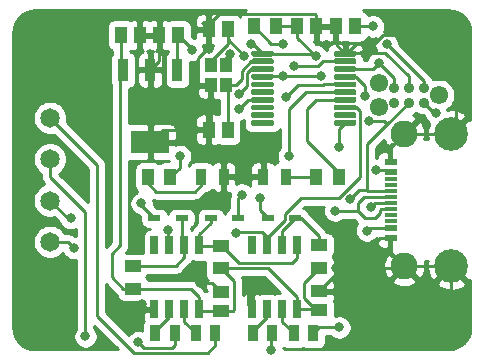
<source format=gbr>
%TF.GenerationSoftware,KiCad,Pcbnew,(5.1.12-1-g0a0a2da680)-1*%
%TF.CreationDate,2023-03-21T19:15:16+01:00*%
%TF.ProjectId,ThermoDeviceLogger,54686572-6d6f-4446-9576-6963654c6f67,rev?*%
%TF.SameCoordinates,Original*%
%TF.FileFunction,Copper,L1,Top*%
%TF.FilePolarity,Positive*%
%FSLAX46Y46*%
G04 Gerber Fmt 4.6, Leading zero omitted, Abs format (unit mm)*
G04 Created by KiCad (PCBNEW (5.1.12-1-g0a0a2da680)-1) date 2023-03-21 19:15:16*
%MOMM*%
%LPD*%
G01*
G04 APERTURE LIST*
%TA.AperFunction,ComponentPad*%
%ADD10C,2.280000*%
%TD*%
%TA.AperFunction,ComponentPad*%
%ADD11C,2.850000*%
%TD*%
%TA.AperFunction,SMDPad,CuDef*%
%ADD12R,1.100000X0.300000*%
%TD*%
%TA.AperFunction,SMDPad,CuDef*%
%ADD13R,1.100000X0.600000*%
%TD*%
%TA.AperFunction,SMDPad,CuDef*%
%ADD14R,1.020000X1.470000*%
%TD*%
%TA.AperFunction,SMDPad,CuDef*%
%ADD15R,1.470000X1.020000*%
%TD*%
%TA.AperFunction,SMDPad,CuDef*%
%ADD16R,1.075000X0.500000*%
%TD*%
%TA.AperFunction,SMDPad,CuDef*%
%ADD17R,0.960000X1.390000*%
%TD*%
%TA.AperFunction,SMDPad,CuDef*%
%ADD18R,3.200000X1.950000*%
%TD*%
%TA.AperFunction,SMDPad,CuDef*%
%ADD19R,0.900000X1.950000*%
%TD*%
%TA.AperFunction,SMDPad,CuDef*%
%ADD20R,0.650000X1.525000*%
%TD*%
%TA.AperFunction,ComponentPad*%
%ADD21C,1.550000*%
%TD*%
%TA.AperFunction,SMDPad,CuDef*%
%ADD22C,0.889000*%
%TD*%
%TA.AperFunction,ComponentPad*%
%ADD23C,1.650000*%
%TD*%
%TA.AperFunction,SMDPad,CuDef*%
%ADD24R,0.900000X1.400000*%
%TD*%
%TA.AperFunction,SMDPad,CuDef*%
%ADD25R,1.000000X1.450000*%
%TD*%
%TA.AperFunction,SMDPad,CuDef*%
%ADD26R,1.450000X1.000000*%
%TD*%
%TA.AperFunction,SMDPad,CuDef*%
%ADD27R,1.000000X1.200000*%
%TD*%
%TA.AperFunction,ViaPad*%
%ADD28C,5.000000*%
%TD*%
%TA.AperFunction,ViaPad*%
%ADD29C,0.800000*%
%TD*%
%TA.AperFunction,Conductor*%
%ADD30C,0.250000*%
%TD*%
%TA.AperFunction,Conductor*%
%ADD31C,0.254000*%
%TD*%
%TA.AperFunction,Conductor*%
%ADD32C,0.100000*%
%TD*%
G04 APERTURE END LIST*
D10*
%TO.P,USB-C,MH4*%
%TO.N,GND*%
X118750000Y-63580000D03*
D11*
%TO.P,USB-C,MH3*%
X122750000Y-63580000D03*
%TO.P,USB-C,MH2*%
X122750000Y-74820000D03*
D10*
%TO.P,USB-C,MH1*%
X118750000Y-74820000D03*
D12*
%TO.P,USB-C,B8*%
%TO.N,Net-(J2-PadB8)*%
X117600000Y-70950000D03*
%TO.P,USB-C,B7*%
%TO.N,/PGC*%
X117600000Y-69950000D03*
%TO.P,USB-C,B6*%
%TO.N,/PGD*%
X117600000Y-68450000D03*
%TO.P,USB-C,B5*%
%TO.N,Net-(J2-PadB5)*%
X117600000Y-67450000D03*
D13*
%TO.P,USB-C,A12*%
%TO.N,GND*%
X117600000Y-66000000D03*
%TO.P,USB-C,A9*%
%TO.N,+5V*%
X117600000Y-66800000D03*
D12*
%TO.P,USB-C,A8*%
%TO.N,Net-(J2-PadA8)*%
X117600000Y-67950000D03*
%TO.P,USB-C,A7*%
%TO.N,/PGC*%
X117600000Y-68950000D03*
%TO.P,USB-C,A6*%
%TO.N,/PGD*%
X117600000Y-69450000D03*
%TO.P,USB-C,A5*%
%TO.N,Net-(J2-PadA5)*%
X117600000Y-70450000D03*
D13*
%TO.P,USB-C,A4*%
%TO.N,+5V*%
X117600000Y-71600000D03*
%TO.P,USB-C,A1*%
%TO.N,GND*%
X117600000Y-72400000D03*
%TD*%
D14*
%TO.P,C1,2*%
%TO.N,GND*%
X98000000Y-55250000D03*
%TO.P,C1,1*%
%TO.N,+5V*%
X99600000Y-55250000D03*
%TD*%
%TO.P,C2,2*%
%TO.N,GND*%
X96350000Y-55250000D03*
%TO.P,C2,1*%
%TO.N,/3.3V*%
X94750000Y-55250000D03*
%TD*%
%TO.P,C3,2*%
%TO.N,+5V*%
X109700000Y-54500000D03*
%TO.P,C3,1*%
%TO.N,GND*%
X111300000Y-54500000D03*
%TD*%
%TO.P,C4,2*%
%TO.N,Net-(C4-Pad2)*%
X114550000Y-54500000D03*
%TO.P,C4,1*%
%TO.N,GND*%
X112950000Y-54500000D03*
%TD*%
%TO.P,C5,2*%
%TO.N,GND*%
X102200000Y-54750000D03*
%TO.P,C5,1*%
%TO.N,/Cyrstal1*%
X103800000Y-54750000D03*
%TD*%
%TO.P,C6,2*%
%TO.N,/Crystal2*%
X103800000Y-63250000D03*
%TO.P,C6,1*%
%TO.N,GND*%
X102200000Y-63250000D03*
%TD*%
D15*
%TO.P,C7,2*%
%TO.N,/3.3V*%
X103250000Y-78600000D03*
%TO.P,C7,1*%
%TO.N,GND*%
X103250000Y-77000000D03*
%TD*%
%TO.P,C8,2*%
%TO.N,/3.3V*%
X111500000Y-78550000D03*
%TO.P,C8,1*%
%TO.N,GND*%
X111500000Y-76950000D03*
%TD*%
D16*
%TO.P,D1,2*%
%TO.N,Net-(D1-Pad2)*%
X99912000Y-70750000D03*
%TO.P,D1,1*%
%TO.N,/CS_1*%
X97588000Y-70750000D03*
%TD*%
%TO.P,D2,2*%
%TO.N,Net-(D2-Pad2)*%
X109500000Y-70750000D03*
%TO.P,D2,1*%
%TO.N,/CS_2*%
X107176000Y-70750000D03*
%TD*%
%TO.P,D3,2*%
%TO.N,Net-(D3-Pad2)*%
X102382000Y-70750000D03*
%TO.P,D3,1*%
%TO.N,/SCK*%
X104706000Y-70750000D03*
%TD*%
D17*
%TO.P,FB1,2*%
%TO.N,Net-(FB1-Pad2)*%
X109380000Y-80500000D03*
%TO.P,FB1,1*%
%TO.N,/ThermoCouple Modules/T+tcm2*%
X111000000Y-80500000D03*
%TD*%
%TO.P,FB2,2*%
%TO.N,Net-(FB2-Pad2)*%
X105940000Y-80500000D03*
%TO.P,FB2,1*%
%TO.N,/ThermoCouple Modules/T-tcm2*%
X107560000Y-80500000D03*
%TD*%
D18*
%TO.P,IC1,4*%
%TO.N,GND*%
X97250000Y-64300000D03*
D19*
%TO.P,IC1,3*%
%TO.N,/3.3V*%
X94950000Y-58200000D03*
%TO.P,IC1,2*%
%TO.N,GND*%
X97250000Y-58200000D03*
%TO.P,IC1,1*%
%TO.N,+5V*%
X99550000Y-58200000D03*
%TD*%
D20*
%TO.P,IC2,8*%
%TO.N,Net-(IC2-Pad8)*%
X97595000Y-73038000D03*
%TO.P,IC2,7*%
%TO.N,/MISO*%
X98865000Y-73038000D03*
%TO.P,IC2,6*%
%TO.N,Net-(D1-Pad2)*%
X100135000Y-73038000D03*
%TO.P,IC2,5*%
%TO.N,Net-(D3-Pad2)*%
X101405000Y-73038000D03*
%TO.P,IC2,4*%
%TO.N,/3.3V*%
X101405000Y-78462000D03*
%TO.P,IC2,3*%
%TO.N,Net-(IC2-Pad3)*%
X100135000Y-78462000D03*
%TO.P,IC2,2*%
%TO.N,Net-(IC2-Pad2)*%
X98865000Y-78462000D03*
%TO.P,IC2,1*%
%TO.N,GND*%
X97595000Y-78462000D03*
%TD*%
%TO.P,IC3,8*%
%TO.N,Net-(IC3-Pad8)*%
X105845000Y-73038000D03*
%TO.P,IC3,7*%
%TO.N,/MISO*%
X107115000Y-73038000D03*
%TO.P,IC3,6*%
%TO.N,Net-(D2-Pad2)*%
X108385000Y-73038000D03*
%TO.P,IC3,5*%
%TO.N,Net-(D3-Pad2)*%
X109655000Y-73038000D03*
%TO.P,IC3,4*%
%TO.N,/3.3V*%
X109655000Y-78462000D03*
%TO.P,IC3,3*%
%TO.N,Net-(FB1-Pad2)*%
X108385000Y-78462000D03*
%TO.P,IC3,2*%
%TO.N,Net-(FB2-Pad2)*%
X107115000Y-78462000D03*
%TO.P,IC3,1*%
%TO.N,GND*%
X105845000Y-78462000D03*
%TD*%
D21*
%TO.P,ICSP,9*%
%TO.N,N/C*%
X116590000Y-59319000D03*
%TO.P,ICSP,8*%
X116590000Y-61351000D03*
%TO.P,ICSP,7*%
X121670000Y-60335000D03*
D22*
%TO.P,ICSP,6*%
%TO.N,Net-(J3-Pad6)*%
X117860000Y-60970000D03*
%TO.P,ICSP,5*%
%TO.N,/PGC*%
X117860000Y-59700000D03*
%TO.P,ICSP,4*%
%TO.N,/PGD*%
X119130000Y-60970000D03*
%TO.P,ICSP,3*%
%TO.N,GND*%
X119130000Y-59700000D03*
%TO.P,ICSP,2*%
%TO.N,+5V*%
X120400000Y-60970000D03*
%TO.P,ICSP,1*%
%TO.N,/MCLR*%
X120400000Y-59700000D03*
%TD*%
D23*
%TO.P,J1,4*%
%TO.N,/ThermoCouple Modules/T-tcm2*%
X88750000Y-72750000D03*
%TO.P,J1,3*%
%TO.N,/ThermoCouple Modules/T+tcm2*%
X88750000Y-69250000D03*
%TO.P,J1,2*%
%TO.N,/ThermoCouple Modules/T-tcm1*%
X88750000Y-65750000D03*
%TO.P,J1,1*%
%TO.N,/ThermoCouple Modules/T+tcm1*%
X88750000Y-62250000D03*
%TD*%
D24*
%TO.P,LED1,2*%
%TO.N,Net-(LED1-Pad2)*%
X101550000Y-67250000D03*
%TO.P,LED1,1*%
%TO.N,GND*%
X103450000Y-67250000D03*
%TD*%
%TO.P,LED2,2*%
%TO.N,Net-(LED2-Pad2)*%
X108700000Y-67250000D03*
%TO.P,LED2,1*%
%TO.N,GND*%
X106800000Y-67250000D03*
%TD*%
D17*
%TO.P,LFB1,2*%
%TO.N,Net-(IC2-Pad3)*%
X101130000Y-80500000D03*
%TO.P,LFB1,1*%
%TO.N,/ThermoCouple Modules/T+tcm1*%
X102750000Y-80500000D03*
%TD*%
%TO.P,LFB2,2*%
%TO.N,Net-(IC2-Pad2)*%
X97690000Y-80500000D03*
%TO.P,LFB2,1*%
%TO.N,/ThermoCouple Modules/T-tcm1*%
X99310000Y-80500000D03*
%TD*%
D25*
%TO.P,R1,2*%
%TO.N,/MCLR*%
X106000000Y-54500000D03*
%TO.P,R1,1*%
%TO.N,+5V*%
X107900000Y-54500000D03*
%TD*%
%TO.P,R2,2*%
%TO.N,Net-(LED1-Pad2)*%
X97050000Y-67290000D03*
%TO.P,R2,1*%
%TO.N,Net-(R2-Pad1)*%
X98950000Y-67290000D03*
%TD*%
%TO.P,R3,2*%
%TO.N,Net-(LED2-Pad2)*%
X111300000Y-67250000D03*
%TO.P,R3,1*%
%TO.N,Net-(R3-Pad1)*%
X113200000Y-67250000D03*
%TD*%
D26*
%TO.P,R4,2*%
%TO.N,Net-(D2-Pad2)*%
X111500000Y-73050000D03*
%TO.P,R4,1*%
%TO.N,/3.3V*%
X111500000Y-74950000D03*
%TD*%
%TO.P,R5,2*%
%TO.N,Net-(D1-Pad2)*%
X95750000Y-74800000D03*
%TO.P,R5,1*%
%TO.N,/3.3V*%
X95750000Y-76700000D03*
%TD*%
%TO.P,R6,2*%
%TO.N,Net-(D3-Pad2)*%
X103250000Y-73100000D03*
%TO.P,R6,1*%
%TO.N,/3.3V*%
X103250000Y-75000000D03*
%TD*%
D27*
%TO.P,Y1,4*%
%TO.N,GND*%
X103650000Y-57800000D03*
%TO.P,Y1,3*%
%TO.N,/Crystal2*%
X103650000Y-59500000D03*
%TO.P,Y1,2*%
%TO.N,GND*%
X102350000Y-59500000D03*
%TO.P,Y1,1*%
%TO.N,/Cyrstal1*%
X102350000Y-57800000D03*
%TD*%
%TO.P,U1,20*%
%TO.N,GND*%
%TA.AperFunction,SMDPad,CuDef*%
G36*
G01*
X112800000Y-56950000D02*
X112800000Y-56700000D01*
G75*
G02*
X112925000Y-56575000I125000J0D01*
G01*
X114575000Y-56575000D01*
G75*
G02*
X114700000Y-56700000I0J-125000D01*
G01*
X114700000Y-56950000D01*
G75*
G02*
X114575000Y-57075000I-125000J0D01*
G01*
X112925000Y-57075000D01*
G75*
G02*
X112800000Y-56950000I0J125000D01*
G01*
G37*
%TD.AperFunction*%
%TO.P,U1,19*%
%TO.N,/PGD*%
%TA.AperFunction,SMDPad,CuDef*%
G36*
G01*
X112800000Y-57600000D02*
X112800000Y-57350000D01*
G75*
G02*
X112925000Y-57225000I125000J0D01*
G01*
X114575000Y-57225000D01*
G75*
G02*
X114700000Y-57350000I0J-125000D01*
G01*
X114700000Y-57600000D01*
G75*
G02*
X114575000Y-57725000I-125000J0D01*
G01*
X112925000Y-57725000D01*
G75*
G02*
X112800000Y-57600000I0J125000D01*
G01*
G37*
%TD.AperFunction*%
%TO.P,U1,18*%
%TO.N,/PGC*%
%TA.AperFunction,SMDPad,CuDef*%
G36*
G01*
X112800000Y-58250000D02*
X112800000Y-58000000D01*
G75*
G02*
X112925000Y-57875000I125000J0D01*
G01*
X114575000Y-57875000D01*
G75*
G02*
X114700000Y-58000000I0J-125000D01*
G01*
X114700000Y-58250000D01*
G75*
G02*
X114575000Y-58375000I-125000J0D01*
G01*
X112925000Y-58375000D01*
G75*
G02*
X112800000Y-58250000I0J125000D01*
G01*
G37*
%TD.AperFunction*%
%TO.P,U1,17*%
%TO.N,Net-(C4-Pad2)*%
%TA.AperFunction,SMDPad,CuDef*%
G36*
G01*
X112800000Y-58900000D02*
X112800000Y-58650000D01*
G75*
G02*
X112925000Y-58525000I125000J0D01*
G01*
X114575000Y-58525000D01*
G75*
G02*
X114700000Y-58650000I0J-125000D01*
G01*
X114700000Y-58900000D01*
G75*
G02*
X114575000Y-59025000I-125000J0D01*
G01*
X112925000Y-59025000D01*
G75*
G02*
X112800000Y-58900000I0J125000D01*
G01*
G37*
%TD.AperFunction*%
%TO.P,U1,16*%
%TO.N,/CS_1*%
%TA.AperFunction,SMDPad,CuDef*%
G36*
G01*
X112800000Y-59550000D02*
X112800000Y-59300000D01*
G75*
G02*
X112925000Y-59175000I125000J0D01*
G01*
X114575000Y-59175000D01*
G75*
G02*
X114700000Y-59300000I0J-125000D01*
G01*
X114700000Y-59550000D01*
G75*
G02*
X114575000Y-59675000I-125000J0D01*
G01*
X112925000Y-59675000D01*
G75*
G02*
X112800000Y-59550000I0J125000D01*
G01*
G37*
%TD.AperFunction*%
%TO.P,U1,15*%
%TO.N,/CS_2*%
%TA.AperFunction,SMDPad,CuDef*%
G36*
G01*
X112800000Y-60200000D02*
X112800000Y-59950000D01*
G75*
G02*
X112925000Y-59825000I125000J0D01*
G01*
X114575000Y-59825000D01*
G75*
G02*
X114700000Y-59950000I0J-125000D01*
G01*
X114700000Y-60200000D01*
G75*
G02*
X114575000Y-60325000I-125000J0D01*
G01*
X112925000Y-60325000D01*
G75*
G02*
X112800000Y-60200000I0J125000D01*
G01*
G37*
%TD.AperFunction*%
%TO.P,U1,14*%
%TO.N,Net-(R3-Pad1)*%
%TA.AperFunction,SMDPad,CuDef*%
G36*
G01*
X112800000Y-60850000D02*
X112800000Y-60600000D01*
G75*
G02*
X112925000Y-60475000I125000J0D01*
G01*
X114575000Y-60475000D01*
G75*
G02*
X114700000Y-60600000I0J-125000D01*
G01*
X114700000Y-60850000D01*
G75*
G02*
X114575000Y-60975000I-125000J0D01*
G01*
X112925000Y-60975000D01*
G75*
G02*
X112800000Y-60850000I0J125000D01*
G01*
G37*
%TD.AperFunction*%
%TO.P,U1,13*%
%TO.N,/MISO*%
%TA.AperFunction,SMDPad,CuDef*%
G36*
G01*
X112800000Y-61500000D02*
X112800000Y-61250000D01*
G75*
G02*
X112925000Y-61125000I125000J0D01*
G01*
X114575000Y-61125000D01*
G75*
G02*
X114700000Y-61250000I0J-125000D01*
G01*
X114700000Y-61500000D01*
G75*
G02*
X114575000Y-61625000I-125000J0D01*
G01*
X112925000Y-61625000D01*
G75*
G02*
X112800000Y-61500000I0J125000D01*
G01*
G37*
%TD.AperFunction*%
%TO.P,U1,12*%
%TO.N,Net-(U1-Pad12)*%
%TA.AperFunction,SMDPad,CuDef*%
G36*
G01*
X112800000Y-62150000D02*
X112800000Y-61900000D01*
G75*
G02*
X112925000Y-61775000I125000J0D01*
G01*
X114575000Y-61775000D01*
G75*
G02*
X114700000Y-61900000I0J-125000D01*
G01*
X114700000Y-62150000D01*
G75*
G02*
X114575000Y-62275000I-125000J0D01*
G01*
X112925000Y-62275000D01*
G75*
G02*
X112800000Y-62150000I0J125000D01*
G01*
G37*
%TD.AperFunction*%
%TO.P,U1,11*%
%TO.N,/SCK*%
%TA.AperFunction,SMDPad,CuDef*%
G36*
G01*
X112800000Y-62800000D02*
X112800000Y-62550000D01*
G75*
G02*
X112925000Y-62425000I125000J0D01*
G01*
X114575000Y-62425000D01*
G75*
G02*
X114700000Y-62550000I0J-125000D01*
G01*
X114700000Y-62800000D01*
G75*
G02*
X114575000Y-62925000I-125000J0D01*
G01*
X112925000Y-62925000D01*
G75*
G02*
X112800000Y-62800000I0J125000D01*
G01*
G37*
%TD.AperFunction*%
%TO.P,U1,10*%
%TO.N,Net-(U1-Pad10)*%
%TA.AperFunction,SMDPad,CuDef*%
G36*
G01*
X105800000Y-62800000D02*
X105800000Y-62550000D01*
G75*
G02*
X105925000Y-62425000I125000J0D01*
G01*
X107575000Y-62425000D01*
G75*
G02*
X107700000Y-62550000I0J-125000D01*
G01*
X107700000Y-62800000D01*
G75*
G02*
X107575000Y-62925000I-125000J0D01*
G01*
X105925000Y-62925000D01*
G75*
G02*
X105800000Y-62800000I0J125000D01*
G01*
G37*
%TD.AperFunction*%
%TO.P,U1,9*%
%TO.N,Net-(U1-Pad9)*%
%TA.AperFunction,SMDPad,CuDef*%
G36*
G01*
X105800000Y-62150000D02*
X105800000Y-61900000D01*
G75*
G02*
X105925000Y-61775000I125000J0D01*
G01*
X107575000Y-61775000D01*
G75*
G02*
X107700000Y-61900000I0J-125000D01*
G01*
X107700000Y-62150000D01*
G75*
G02*
X107575000Y-62275000I-125000J0D01*
G01*
X105925000Y-62275000D01*
G75*
G02*
X105800000Y-62150000I0J125000D01*
G01*
G37*
%TD.AperFunction*%
%TO.P,U1,8*%
%TO.N,Net-(U1-Pad8)*%
%TA.AperFunction,SMDPad,CuDef*%
G36*
G01*
X105800000Y-61500000D02*
X105800000Y-61250000D01*
G75*
G02*
X105925000Y-61125000I125000J0D01*
G01*
X107575000Y-61125000D01*
G75*
G02*
X107700000Y-61250000I0J-125000D01*
G01*
X107700000Y-61500000D01*
G75*
G02*
X107575000Y-61625000I-125000J0D01*
G01*
X105925000Y-61625000D01*
G75*
G02*
X105800000Y-61500000I0J125000D01*
G01*
G37*
%TD.AperFunction*%
%TO.P,U1,7*%
%TO.N,Net-(R2-Pad1)*%
%TA.AperFunction,SMDPad,CuDef*%
G36*
G01*
X105800000Y-60850000D02*
X105800000Y-60600000D01*
G75*
G02*
X105925000Y-60475000I125000J0D01*
G01*
X107575000Y-60475000D01*
G75*
G02*
X107700000Y-60600000I0J-125000D01*
G01*
X107700000Y-60850000D01*
G75*
G02*
X107575000Y-60975000I-125000J0D01*
G01*
X105925000Y-60975000D01*
G75*
G02*
X105800000Y-60850000I0J125000D01*
G01*
G37*
%TD.AperFunction*%
%TO.P,U1,6*%
%TO.N,Net-(U1-Pad6)*%
%TA.AperFunction,SMDPad,CuDef*%
G36*
G01*
X105800000Y-60200000D02*
X105800000Y-59950000D01*
G75*
G02*
X105925000Y-59825000I125000J0D01*
G01*
X107575000Y-59825000D01*
G75*
G02*
X107700000Y-59950000I0J-125000D01*
G01*
X107700000Y-60200000D01*
G75*
G02*
X107575000Y-60325000I-125000J0D01*
G01*
X105925000Y-60325000D01*
G75*
G02*
X105800000Y-60200000I0J125000D01*
G01*
G37*
%TD.AperFunction*%
%TO.P,U1,5*%
%TO.N,Net-(U1-Pad5)*%
%TA.AperFunction,SMDPad,CuDef*%
G36*
G01*
X105800000Y-59550000D02*
X105800000Y-59300000D01*
G75*
G02*
X105925000Y-59175000I125000J0D01*
G01*
X107575000Y-59175000D01*
G75*
G02*
X107700000Y-59300000I0J-125000D01*
G01*
X107700000Y-59550000D01*
G75*
G02*
X107575000Y-59675000I-125000J0D01*
G01*
X105925000Y-59675000D01*
G75*
G02*
X105800000Y-59550000I0J125000D01*
G01*
G37*
%TD.AperFunction*%
%TO.P,U1,4*%
%TO.N,/MCLR*%
%TA.AperFunction,SMDPad,CuDef*%
G36*
G01*
X105800000Y-58900000D02*
X105800000Y-58650000D01*
G75*
G02*
X105925000Y-58525000I125000J0D01*
G01*
X107575000Y-58525000D01*
G75*
G02*
X107700000Y-58650000I0J-125000D01*
G01*
X107700000Y-58900000D01*
G75*
G02*
X107575000Y-59025000I-125000J0D01*
G01*
X105925000Y-59025000D01*
G75*
G02*
X105800000Y-58900000I0J125000D01*
G01*
G37*
%TD.AperFunction*%
%TO.P,U1,3*%
%TO.N,/Cyrstal1*%
%TA.AperFunction,SMDPad,CuDef*%
G36*
G01*
X105800000Y-58250000D02*
X105800000Y-58000000D01*
G75*
G02*
X105925000Y-57875000I125000J0D01*
G01*
X107575000Y-57875000D01*
G75*
G02*
X107700000Y-58000000I0J-125000D01*
G01*
X107700000Y-58250000D01*
G75*
G02*
X107575000Y-58375000I-125000J0D01*
G01*
X105925000Y-58375000D01*
G75*
G02*
X105800000Y-58250000I0J125000D01*
G01*
G37*
%TD.AperFunction*%
%TO.P,U1,2*%
%TO.N,/Crystal2*%
%TA.AperFunction,SMDPad,CuDef*%
G36*
G01*
X105800000Y-57600000D02*
X105800000Y-57350000D01*
G75*
G02*
X105925000Y-57225000I125000J0D01*
G01*
X107575000Y-57225000D01*
G75*
G02*
X107700000Y-57350000I0J-125000D01*
G01*
X107700000Y-57600000D01*
G75*
G02*
X107575000Y-57725000I-125000J0D01*
G01*
X105925000Y-57725000D01*
G75*
G02*
X105800000Y-57600000I0J125000D01*
G01*
G37*
%TD.AperFunction*%
%TO.P,U1,1*%
%TO.N,+5V*%
%TA.AperFunction,SMDPad,CuDef*%
G36*
G01*
X105800000Y-56950000D02*
X105800000Y-56700000D01*
G75*
G02*
X105925000Y-56575000I125000J0D01*
G01*
X107575000Y-56575000D01*
G75*
G02*
X107700000Y-56700000I0J-125000D01*
G01*
X107700000Y-56950000D01*
G75*
G02*
X107575000Y-57075000I-125000J0D01*
G01*
X105925000Y-57075000D01*
G75*
G02*
X105800000Y-56950000I0J125000D01*
G01*
G37*
%TD.AperFunction*%
%TD*%
D28*
%TO.N,GND*%
X122000000Y-79500000D03*
X88000000Y-79500000D03*
X88000000Y-55500000D03*
D29*
X96512653Y-77987347D03*
X101500000Y-76250000D03*
X105500000Y-76500000D03*
X113000000Y-75000000D03*
X94500000Y-79000000D03*
X103982499Y-56807805D03*
X102200000Y-56400000D03*
D28*
X122000000Y-55500000D03*
D29*
X116200000Y-72900000D03*
%TO.N,+5V*%
X111250000Y-57000000D03*
X105750000Y-56000000D03*
X100750000Y-56500000D03*
X121400000Y-61800000D03*
X116400000Y-66700000D03*
X115600000Y-71800000D03*
%TO.N,Net-(C4-Pad2)*%
X115451158Y-60392889D03*
X116100000Y-54500000D03*
%TO.N,/Cyrstal1*%
X104750000Y-60250000D03*
X105200000Y-57000000D03*
%TO.N,/CS_1*%
X108750000Y-60500000D03*
X96500000Y-69500000D03*
%TO.N,/CS_2*%
X109000000Y-65500000D03*
X106500000Y-69000000D03*
%TO.N,/SCK*%
X105000000Y-68750000D03*
X113250000Y-64750000D03*
%TO.N,/ThermoCouple Modules/T+tcm2*%
X90500000Y-70750000D03*
X113250000Y-80000000D03*
%TO.N,/ThermoCouple Modules/T-tcm2*%
X90750000Y-73250000D03*
X107500000Y-81875000D03*
%TO.N,/MISO*%
X104500000Y-72000000D03*
X98750000Y-71750000D03*
%TO.N,/PGC*%
X112900000Y-70100000D03*
X116600000Y-57600000D03*
%TO.N,/PGD*%
X115900000Y-69800000D03*
X114178317Y-69126990D03*
X109400000Y-57900000D03*
X115750010Y-62500000D03*
%TO.N,/MCLR*%
X117250000Y-56000000D03*
X108500000Y-56000000D03*
X111688769Y-58744401D03*
X108505599Y-58744401D03*
%TO.N,/ThermoCouple Modules/T-tcm1*%
X96250000Y-81250000D03*
X91750000Y-80750000D03*
%TO.N,Net-(R2-Pad1)*%
X104750000Y-61500000D03*
X99750000Y-65500000D03*
%TD*%
D30*
%TO.N,GND*%
X113840165Y-56734835D02*
X113750000Y-56825000D01*
X117115416Y-56734835D02*
X113840165Y-56734835D01*
X112950000Y-56025000D02*
X113750000Y-56825000D01*
X112950000Y-54500000D02*
X112950000Y-56025000D01*
X111300000Y-54500000D02*
X112950000Y-54500000D01*
X102200000Y-63019998D02*
X102200000Y-63250000D01*
X111300000Y-53515000D02*
X111224999Y-53439999D01*
X111300000Y-54500000D02*
X111300000Y-53515000D01*
X102200000Y-54269998D02*
X102200000Y-54750000D01*
X98000000Y-54265000D02*
X98000000Y-55250000D01*
X98075001Y-54189999D02*
X98000000Y-54265000D01*
X96350000Y-55250000D02*
X98000000Y-55250000D01*
X98000000Y-55250000D02*
X98000000Y-54500000D01*
X98000000Y-57450000D02*
X97250000Y-58200000D01*
X98000000Y-55250000D02*
X98000000Y-57450000D01*
X96350000Y-55250000D02*
X96350000Y-54600000D01*
X89750000Y-53750000D02*
X88000000Y-55500000D01*
X95500000Y-53750000D02*
X89750000Y-53750000D01*
X98300000Y-63250000D02*
X97250000Y-64300000D01*
X102200000Y-63250000D02*
X98300000Y-63250000D01*
X106760000Y-67270000D02*
X106800000Y-67230000D01*
X111500000Y-76950000D02*
X112860000Y-76950000D01*
X96987306Y-78462000D02*
X96512653Y-77987347D01*
X97595000Y-78462000D02*
X96987306Y-78462000D01*
X102500000Y-76250000D02*
X103250000Y-77000000D01*
X101500000Y-76250000D02*
X102500000Y-76250000D01*
X105500000Y-78117000D02*
X105845000Y-78462000D01*
X105500000Y-76500000D02*
X105500000Y-78117000D01*
X113000000Y-75450000D02*
X111500000Y-76950000D01*
X113000000Y-75000000D02*
X113000000Y-75450000D01*
X123140000Y-78360000D02*
X122000000Y-79500000D01*
X111224999Y-53439999D02*
X103029999Y-53439999D01*
X102200000Y-54750000D02*
X101639999Y-54189999D01*
X103029999Y-53439999D02*
X102200000Y-54269998D01*
X102350000Y-63100000D02*
X102200000Y-63250000D01*
X102350000Y-59500000D02*
X102350000Y-63100000D01*
X113825000Y-56825000D02*
X114650000Y-56000000D01*
X113750000Y-56825000D02*
X113825000Y-56825000D01*
X116176998Y-56000000D02*
X116926998Y-55250000D01*
X114650000Y-56000000D02*
X116176998Y-56000000D01*
X121750000Y-55250000D02*
X122000000Y-55500000D01*
X116926998Y-55250000D02*
X121750000Y-55250000D01*
X95500000Y-79000000D02*
X96512653Y-77987347D01*
X94500000Y-79000000D02*
X95500000Y-79000000D01*
X103650000Y-57400000D02*
X103850000Y-57400000D01*
X103650000Y-57800000D02*
X103650000Y-57550000D01*
X103650000Y-57140304D02*
X103982499Y-56807805D01*
X103650000Y-57800000D02*
X103650000Y-57140304D01*
X119130000Y-58749419D02*
X117115416Y-56734835D01*
X119130000Y-59700000D02*
X119130000Y-58749419D01*
X122750000Y-63580000D02*
X118750000Y-63580000D01*
X122750000Y-74820000D02*
X118750000Y-74820000D01*
X117600000Y-73670000D02*
X117600000Y-72400000D01*
X118750000Y-74820000D02*
X117600000Y-73670000D01*
X118570000Y-75000000D02*
X118750000Y-74820000D01*
X113000000Y-75000000D02*
X118570000Y-75000000D01*
X122750000Y-78750000D02*
X122000000Y-79500000D01*
X122750000Y-74820000D02*
X122750000Y-78750000D01*
X122750000Y-63580000D02*
X122750000Y-62550000D01*
X122750000Y-62550000D02*
X123100000Y-62200000D01*
X123100000Y-56600000D02*
X122000000Y-55500000D01*
X123100000Y-62200000D02*
X123100000Y-56600000D01*
X102200000Y-56400000D02*
X102200000Y-54750000D01*
X102064998Y-56400000D02*
X101300000Y-57164998D01*
X102200000Y-56400000D02*
X102064998Y-56400000D01*
X101300000Y-57164998D02*
X101300000Y-59300000D01*
X101500000Y-59500000D02*
X102350000Y-59500000D01*
X101300000Y-59300000D02*
X101500000Y-59500000D01*
X117600000Y-64730000D02*
X117600000Y-66000000D01*
X118750000Y-63580000D02*
X117600000Y-64730000D01*
X116700000Y-72400000D02*
X116200000Y-72900000D01*
X117600000Y-72400000D02*
X116700000Y-72400000D01*
%TO.N,+5V*%
X109700000Y-55450000D02*
X109700000Y-54500000D01*
X111250000Y-57000000D02*
X109700000Y-55450000D01*
X111075000Y-56825000D02*
X106750000Y-56825000D01*
X111250000Y-57000000D02*
X111075000Y-56825000D01*
X109700000Y-54500000D02*
X107900000Y-54500000D01*
X106750000Y-56825000D02*
X105925000Y-56000000D01*
X105925000Y-56000000D02*
X105750000Y-56000000D01*
X100750000Y-56400000D02*
X99600000Y-55250000D01*
X100750000Y-56500000D02*
X100750000Y-56400000D01*
X99550000Y-55300000D02*
X99600000Y-55250000D01*
X99550000Y-58200000D02*
X99550000Y-55300000D01*
X120600000Y-61170000D02*
X120400000Y-60970000D01*
X117700000Y-66700000D02*
X117600000Y-66800000D01*
X121230000Y-61800000D02*
X120400000Y-60970000D01*
X121400000Y-61800000D02*
X121230000Y-61800000D01*
X117500000Y-66700000D02*
X117600000Y-66800000D01*
X116400000Y-66700000D02*
X117500000Y-66700000D01*
X115800000Y-71600000D02*
X117600000Y-71600000D01*
X115600000Y-71800000D02*
X115800000Y-71600000D01*
%TO.N,/3.3V*%
X94750000Y-58000000D02*
X94950000Y-58200000D01*
X94750000Y-55250000D02*
X94750000Y-58000000D01*
X104310001Y-78524999D02*
X104235000Y-78600000D01*
X104235000Y-78600000D02*
X103250000Y-78600000D01*
X104310001Y-76060001D02*
X104310001Y-78524999D01*
X103250000Y-75000000D02*
X104310001Y-76060001D01*
X101543000Y-78600000D02*
X101405000Y-78462000D01*
X103250000Y-78600000D02*
X101543000Y-78600000D01*
X111412000Y-78462000D02*
X111500000Y-78550000D01*
X109655000Y-78462000D02*
X111412000Y-78462000D01*
X110250000Y-76200000D02*
X111500000Y-74950000D01*
X110250000Y-77530002D02*
X110250000Y-76200000D01*
X111269998Y-78550000D02*
X110250000Y-77530002D01*
X111500000Y-78550000D02*
X111269998Y-78550000D01*
X94950000Y-76700000D02*
X95750000Y-76700000D01*
X94000000Y-75750000D02*
X94950000Y-76700000D01*
X94000000Y-73750000D02*
X94000000Y-75750000D01*
X94699999Y-73050001D02*
X94000000Y-73750000D01*
X94699999Y-58450001D02*
X94699999Y-73050001D01*
X94950000Y-58200000D02*
X94699999Y-58450001D01*
X101405000Y-77449500D02*
X101405000Y-78462000D01*
X100655500Y-76700000D02*
X101405000Y-77449500D01*
X95750000Y-76700000D02*
X100655500Y-76700000D01*
X109655000Y-77449500D02*
X109655000Y-78462000D01*
X107205500Y-75000000D02*
X109655000Y-77449500D01*
X103250000Y-75000000D02*
X107205500Y-75000000D01*
%TO.N,Net-(C4-Pad2)*%
X114800000Y-54750000D02*
X114550000Y-54500000D01*
X115451158Y-59526158D02*
X115451158Y-60392889D01*
X114700000Y-58775000D02*
X115451158Y-59526158D01*
X113750000Y-58775000D02*
X114700000Y-58775000D01*
X116100000Y-54500000D02*
X114550000Y-54500000D01*
%TO.N,/Cyrstal1*%
X102200000Y-57650000D02*
X102350000Y-57800000D01*
X105800000Y-58125000D02*
X106750000Y-58125000D01*
X105450010Y-59549990D02*
X105450010Y-58474990D01*
X105450010Y-58474990D02*
X105800000Y-58125000D01*
X104750000Y-60250000D02*
X105450010Y-59549990D01*
X102350000Y-57414998D02*
X102350000Y-57800000D01*
X103800000Y-55964998D02*
X102350000Y-57414998D01*
X103800000Y-54750000D02*
X103800000Y-55964998D01*
X103800000Y-55600000D02*
X103800000Y-54750000D01*
X105200000Y-57000000D02*
X103800000Y-55600000D01*
%TO.N,/Crystal2*%
X103800000Y-59250000D02*
X103650000Y-59100000D01*
X103650000Y-59100000D02*
X103650000Y-59000000D01*
X103800000Y-59650000D02*
X103650000Y-59500000D01*
X103800000Y-63250000D02*
X103800000Y-59650000D01*
X103650000Y-59500000D02*
X104500000Y-59500000D01*
X104500000Y-59500000D02*
X105000000Y-59000000D01*
X105800000Y-57475000D02*
X106750000Y-57475000D01*
X105000000Y-58275000D02*
X105800000Y-57475000D01*
X105000000Y-59000000D02*
X105000000Y-58275000D01*
%TO.N,Net-(D1-Pad2)*%
X99912000Y-72815000D02*
X100135000Y-73038000D01*
X99912000Y-70750000D02*
X99912000Y-72815000D01*
X99385500Y-74800000D02*
X95750000Y-74800000D01*
X100135000Y-74050500D02*
X99385500Y-74800000D01*
X100135000Y-73038000D02*
X100135000Y-74050500D01*
%TO.N,/CS_1*%
X111938590Y-59425000D02*
X111863590Y-59500000D01*
X113750000Y-59425000D02*
X111938590Y-59425000D01*
X111863590Y-59500000D02*
X109750000Y-59500000D01*
X109750000Y-59500000D02*
X108750000Y-60500000D01*
X96500000Y-69662000D02*
X97588000Y-70750000D01*
X96500000Y-69500000D02*
X96500000Y-69662000D01*
%TO.N,Net-(D2-Pad2)*%
X111500000Y-73050000D02*
X111500000Y-72250000D01*
X110000000Y-70750000D02*
X109500000Y-70750000D01*
X111500000Y-72250000D02*
X110000000Y-70750000D01*
X108385000Y-71865000D02*
X109500000Y-70750000D01*
X108385000Y-73038000D02*
X108385000Y-71865000D01*
%TO.N,/CS_2*%
X113750000Y-60075000D02*
X110425000Y-60075000D01*
X110425000Y-60075000D02*
X109000000Y-61500000D01*
X109000000Y-61500000D02*
X109000000Y-65500000D01*
X106500000Y-70074000D02*
X107176000Y-70750000D01*
X106500000Y-69000000D02*
X106500000Y-70074000D01*
%TO.N,Net-(D3-Pad2)*%
X102382000Y-70750000D02*
X102382000Y-71118000D01*
X101405000Y-72095000D02*
X101405000Y-73038000D01*
X102382000Y-71118000D02*
X101405000Y-72095000D01*
X109655000Y-73038000D02*
X109655000Y-74095000D01*
X109655000Y-74095000D02*
X109250000Y-74500000D01*
X109250000Y-74500000D02*
X104750000Y-74500000D01*
X103350000Y-73100000D02*
X103250000Y-73100000D01*
X104750000Y-74500000D02*
X103350000Y-73100000D01*
X101467000Y-73100000D02*
X101405000Y-73038000D01*
X103250000Y-73100000D02*
X101467000Y-73100000D01*
%TO.N,/SCK*%
X104706000Y-70750000D02*
X104706000Y-69044000D01*
X104706000Y-69044000D02*
X105000000Y-68750000D01*
X113250000Y-63175000D02*
X113750000Y-62675000D01*
X113250000Y-64750000D02*
X113250000Y-63175000D01*
%TO.N,Net-(FB1-Pad2)*%
X108385000Y-79505000D02*
X108385000Y-78462000D01*
X109380000Y-80500000D02*
X108385000Y-79505000D01*
%TO.N,/ThermoCouple Modules/T+tcm2*%
X88750000Y-69250000D02*
X90250000Y-70750000D01*
X90250000Y-70750000D02*
X90500000Y-70750000D01*
X111500000Y-80000000D02*
X111000000Y-80500000D01*
X113250000Y-80000000D02*
X111500000Y-80000000D01*
%TO.N,Net-(FB2-Pad2)*%
X107115000Y-79110000D02*
X107115000Y-78462000D01*
X105940000Y-80285000D02*
X107115000Y-79110000D01*
X105940000Y-80500000D02*
X105940000Y-80285000D01*
%TO.N,/ThermoCouple Modules/T-tcm2*%
X90250000Y-72750000D02*
X90750000Y-73250000D01*
X88750000Y-72750000D02*
X90250000Y-72750000D01*
X107500000Y-80560000D02*
X107560000Y-80500000D01*
X107500000Y-81875000D02*
X107500000Y-80560000D01*
%TO.N,/MISO*%
X107115000Y-73038000D02*
X107115000Y-72365000D01*
X106700499Y-71950499D02*
X104549501Y-71950499D01*
X107115000Y-72365000D02*
X106700499Y-71950499D01*
X104549501Y-71950499D02*
X104500000Y-72000000D01*
X98750000Y-72923000D02*
X98865000Y-73038000D01*
X98750000Y-71750000D02*
X98750000Y-72923000D01*
X107115000Y-73038000D02*
X107115000Y-72385000D01*
X108637499Y-70362501D02*
X110000000Y-69000000D01*
X108637499Y-70862501D02*
X108637499Y-70362501D01*
X107115000Y-72385000D02*
X108637499Y-70862501D01*
X113260002Y-69000000D02*
X114500000Y-67760002D01*
X110000000Y-69000000D02*
X113260002Y-69000000D01*
X114500000Y-67760002D02*
X114500000Y-67750000D01*
X114700000Y-61375000D02*
X113750000Y-61375000D01*
X115025010Y-61700010D02*
X114700000Y-61375000D01*
X115025010Y-67224990D02*
X115025010Y-61700010D01*
X114500000Y-67750000D02*
X115025010Y-67224990D01*
%TO.N,Net-(IC2-Pad3)*%
X100135000Y-79505000D02*
X100135000Y-78462000D01*
X101130000Y-80500000D02*
X100135000Y-79505000D01*
%TO.N,Net-(IC2-Pad2)*%
X98865000Y-79110000D02*
X98865000Y-78462000D01*
X97690000Y-80285000D02*
X98865000Y-79110000D01*
X97690000Y-80500000D02*
X97690000Y-80285000D01*
%TO.N,/PGC*%
X113750000Y-58125000D02*
X114686412Y-58125000D01*
X116814998Y-69950000D02*
X117600000Y-69950000D01*
X116700000Y-70300000D02*
X116700000Y-70064998D01*
X116300000Y-70700000D02*
X116700000Y-70300000D01*
X115400000Y-70700000D02*
X116300000Y-70700000D01*
X115374999Y-68925001D02*
X114800000Y-69500000D01*
X116700000Y-70064998D02*
X116814998Y-69950000D01*
X114800000Y-70100000D02*
X115400000Y-70700000D01*
X117525001Y-68925001D02*
X115374999Y-68925001D01*
X114800000Y-69500000D02*
X114800000Y-70100000D01*
X117550000Y-68950000D02*
X117525001Y-68925001D01*
X117600000Y-68950000D02*
X117550000Y-68950000D01*
X114800000Y-70100000D02*
X112900000Y-70100000D01*
X117860000Y-58860000D02*
X116600000Y-57600000D01*
X117860000Y-59700000D02*
X117860000Y-58860000D01*
X116075000Y-58125000D02*
X116600000Y-57600000D01*
X113750000Y-58125000D02*
X116075000Y-58125000D01*
%TO.N,/PGD*%
X113765164Y-57459836D02*
X113750000Y-57475000D01*
X119130000Y-61031798D02*
X119130000Y-60970000D01*
X115625001Y-68425001D02*
X115600000Y-68400000D01*
X117125001Y-68425001D02*
X115625001Y-68425001D01*
X117150000Y-68450000D02*
X117125001Y-68425001D01*
X117600000Y-68450000D02*
X117150000Y-68450000D01*
X115600000Y-64500000D02*
X115600000Y-68400000D01*
X116250000Y-69450000D02*
X115900000Y-69800000D01*
X117600000Y-69450000D02*
X116250000Y-69450000D01*
X114905307Y-68400000D02*
X115600000Y-68400000D01*
X114178317Y-69126990D02*
X114905307Y-68400000D01*
X111423002Y-57900000D02*
X109400000Y-57900000D01*
X111848002Y-57475000D02*
X111423002Y-57900000D01*
X113750000Y-57475000D02*
X111848002Y-57475000D01*
X117000000Y-62500000D02*
X117300000Y-62800000D01*
X115750010Y-62500000D02*
X117000000Y-62500000D01*
X117300000Y-62800000D02*
X115600000Y-64500000D01*
X119130000Y-60970000D02*
X117300000Y-62800000D01*
%TO.N,/MCLR*%
X106775000Y-58750000D02*
X106750000Y-58775000D01*
X108500000Y-58750000D02*
X106775000Y-58750000D01*
X107500000Y-56000000D02*
X108500000Y-56000000D01*
X106000000Y-54500000D02*
X107500000Y-56000000D01*
X120400000Y-59150000D02*
X120400000Y-59700000D01*
X117250000Y-56000000D02*
X120400000Y-59150000D01*
X108505599Y-58744401D02*
X108500000Y-58750000D01*
X111688769Y-58744401D02*
X108505599Y-58744401D01*
%TO.N,/ThermoCouple Modules/T-tcm1*%
X99310000Y-81445000D02*
X99310000Y-80500000D01*
X99055020Y-81699980D02*
X99310000Y-81445000D01*
X96699980Y-81699980D02*
X99055020Y-81699980D01*
X96699980Y-81699980D02*
X96250000Y-81250000D01*
X88750000Y-67250000D02*
X88750000Y-65750000D01*
X91750000Y-70250000D02*
X88750000Y-67250000D01*
X91750000Y-80750000D02*
X91750000Y-70250000D01*
%TO.N,/ThermoCouple Modules/T+tcm1*%
X88750000Y-62250000D02*
X92750000Y-66250000D01*
X92750000Y-79036408D02*
X95863582Y-82149990D01*
X92750000Y-66250000D02*
X92750000Y-79036408D01*
X95863582Y-82149990D02*
X102100010Y-82149990D01*
X102750000Y-81500000D02*
X102750000Y-80500000D01*
X102100010Y-82149990D02*
X102750000Y-81500000D01*
%TO.N,Net-(LED1-Pad2)*%
X97050000Y-67800000D02*
X97050000Y-67290000D01*
X97750000Y-68500000D02*
X97050000Y-67800000D01*
X101000000Y-68500000D02*
X97750000Y-68500000D01*
X101550000Y-67950000D02*
X101000000Y-68500000D01*
X101550000Y-66920000D02*
X101550000Y-67580000D01*
%TO.N,Net-(LED2-Pad2)*%
X108700000Y-67250000D02*
X111300000Y-67250000D01*
%TO.N,Net-(R2-Pad1)*%
X105525000Y-60725000D02*
X104750000Y-61500000D01*
X106750000Y-60725000D02*
X105525000Y-60725000D01*
X99750000Y-66490000D02*
X98950000Y-67290000D01*
X99750000Y-65500000D02*
X99750000Y-66490000D01*
%TO.N,Net-(R3-Pad1)*%
X111275000Y-60725000D02*
X113750000Y-60725000D01*
X110500000Y-61500000D02*
X111275000Y-60725000D01*
X110500000Y-64250000D02*
X110500000Y-61500000D01*
X113200000Y-66950000D02*
X110500000Y-64250000D01*
X113200000Y-67250000D02*
X113200000Y-66950000D01*
%TD*%
D31*
%TO.N,GND*%
X105255820Y-53185498D02*
X105145506Y-53244463D01*
X105048815Y-53323815D01*
X104969463Y-53420506D01*
X104910498Y-53530820D01*
X104874188Y-53650518D01*
X104868122Y-53712112D01*
X104840537Y-53660506D01*
X104761185Y-53563815D01*
X104664494Y-53484463D01*
X104554180Y-53425498D01*
X104434482Y-53389188D01*
X104310000Y-53376928D01*
X103290000Y-53376928D01*
X103165518Y-53389188D01*
X103045820Y-53425498D01*
X103000000Y-53449990D01*
X102954180Y-53425498D01*
X102834482Y-53389188D01*
X102710000Y-53376928D01*
X102485750Y-53380000D01*
X102327000Y-53538750D01*
X102327000Y-54623000D01*
X102347000Y-54623000D01*
X102347000Y-54877000D01*
X102327000Y-54877000D01*
X102327000Y-55961250D01*
X102485750Y-56120000D01*
X102569055Y-56121141D01*
X102128269Y-56561928D01*
X101850000Y-56561928D01*
X101785000Y-56568330D01*
X101785000Y-56398061D01*
X101745226Y-56198102D01*
X101714011Y-56122743D01*
X101914250Y-56120000D01*
X102073000Y-55961250D01*
X102073000Y-54877000D01*
X101213750Y-54877000D01*
X101055000Y-55035750D01*
X101051928Y-55485000D01*
X101053960Y-55505628D01*
X101051898Y-55504774D01*
X100899203Y-55474401D01*
X100748072Y-55323270D01*
X100748072Y-54515000D01*
X100735812Y-54390518D01*
X100699502Y-54270820D01*
X100640537Y-54160506D01*
X100561185Y-54063815D01*
X100501704Y-54015000D01*
X101051928Y-54015000D01*
X101055000Y-54464250D01*
X101213750Y-54623000D01*
X102073000Y-54623000D01*
X102073000Y-53538750D01*
X101914250Y-53380000D01*
X101690000Y-53376928D01*
X101565518Y-53389188D01*
X101445820Y-53425498D01*
X101335506Y-53484463D01*
X101238815Y-53563815D01*
X101159463Y-53660506D01*
X101100498Y-53770820D01*
X101064188Y-53890518D01*
X101051928Y-54015000D01*
X100501704Y-54015000D01*
X100464494Y-53984463D01*
X100354180Y-53925498D01*
X100234482Y-53889188D01*
X100110000Y-53876928D01*
X99090000Y-53876928D01*
X98965518Y-53889188D01*
X98845820Y-53925498D01*
X98800000Y-53949990D01*
X98754180Y-53925498D01*
X98634482Y-53889188D01*
X98510000Y-53876928D01*
X98285750Y-53880000D01*
X98127000Y-54038750D01*
X98127000Y-55123000D01*
X98147000Y-55123000D01*
X98147000Y-55377000D01*
X98127000Y-55377000D01*
X98127000Y-56461250D01*
X98285750Y-56620000D01*
X98510000Y-56623072D01*
X98634482Y-56610812D01*
X98754180Y-56574502D01*
X98790001Y-56555355D01*
X98790001Y-56670680D01*
X98745506Y-56694463D01*
X98648815Y-56773815D01*
X98569463Y-56870506D01*
X98510498Y-56980820D01*
X98474188Y-57100518D01*
X98461928Y-57225000D01*
X98461928Y-59175000D01*
X98474188Y-59299482D01*
X98510498Y-59419180D01*
X98569463Y-59529494D01*
X98648815Y-59626185D01*
X98745506Y-59705537D01*
X98855820Y-59764502D01*
X98975518Y-59800812D01*
X99100000Y-59813072D01*
X100000000Y-59813072D01*
X100124482Y-59800812D01*
X100244180Y-59764502D01*
X100354494Y-59705537D01*
X100451185Y-59626185D01*
X100530537Y-59529494D01*
X100589502Y-59419180D01*
X100625812Y-59299482D01*
X100638072Y-59175000D01*
X100638072Y-57533013D01*
X100648061Y-57535000D01*
X100851939Y-57535000D01*
X101051898Y-57495226D01*
X101211928Y-57428939D01*
X101211928Y-58400000D01*
X101224188Y-58524482D01*
X101260498Y-58644180D01*
X101263609Y-58650000D01*
X101260498Y-58655820D01*
X101224188Y-58775518D01*
X101211928Y-58900000D01*
X101215000Y-59214250D01*
X101373750Y-59373000D01*
X102223000Y-59373000D01*
X102223000Y-59353000D01*
X102477000Y-59353000D01*
X102477000Y-59373000D01*
X102497000Y-59373000D01*
X102497000Y-59627000D01*
X102477000Y-59627000D01*
X102477000Y-60576250D01*
X102635750Y-60735000D01*
X102850000Y-60738072D01*
X102974482Y-60725812D01*
X103000000Y-60718071D01*
X103025518Y-60725812D01*
X103040001Y-60727238D01*
X103040000Y-61928609D01*
X103000000Y-61949990D01*
X102954180Y-61925498D01*
X102834482Y-61889188D01*
X102710000Y-61876928D01*
X102485750Y-61880000D01*
X102327000Y-62038750D01*
X102327000Y-63123000D01*
X102347000Y-63123000D01*
X102347000Y-63377000D01*
X102327000Y-63377000D01*
X102327000Y-64461250D01*
X102485750Y-64620000D01*
X102710000Y-64623072D01*
X102834482Y-64610812D01*
X102954180Y-64574502D01*
X103000000Y-64550010D01*
X103045820Y-64574502D01*
X103165518Y-64610812D01*
X103290000Y-64623072D01*
X104310000Y-64623072D01*
X104434482Y-64610812D01*
X104554180Y-64574502D01*
X104664494Y-64515537D01*
X104761185Y-64436185D01*
X104840537Y-64339494D01*
X104899502Y-64229180D01*
X104935812Y-64109482D01*
X104948072Y-63985000D01*
X104948072Y-62515878D01*
X105051898Y-62495226D01*
X105172232Y-62445382D01*
X105161928Y-62550000D01*
X105161928Y-62800000D01*
X105176590Y-62948868D01*
X105220013Y-63092015D01*
X105290529Y-63223940D01*
X105385427Y-63339573D01*
X105501060Y-63434471D01*
X105632985Y-63504987D01*
X105776132Y-63548410D01*
X105925000Y-63563072D01*
X107575000Y-63563072D01*
X107723868Y-63548410D01*
X107867015Y-63504987D01*
X107998940Y-63434471D01*
X108114573Y-63339573D01*
X108209471Y-63223940D01*
X108240000Y-63166824D01*
X108240001Y-64796288D01*
X108196063Y-64840226D01*
X108082795Y-65009744D01*
X108004774Y-65198102D01*
X107965000Y-65398061D01*
X107965000Y-65601939D01*
X108004774Y-65801898D01*
X108063252Y-65943076D01*
X108005820Y-65960498D01*
X107895506Y-66019463D01*
X107798815Y-66098815D01*
X107750000Y-66158296D01*
X107701185Y-66098815D01*
X107604494Y-66019463D01*
X107494180Y-65960498D01*
X107374482Y-65924188D01*
X107250000Y-65911928D01*
X107085750Y-65915000D01*
X106927000Y-66073750D01*
X106927000Y-67123000D01*
X106947000Y-67123000D01*
X106947000Y-67377000D01*
X106927000Y-67377000D01*
X106927000Y-67397000D01*
X106673000Y-67397000D01*
X106673000Y-67377000D01*
X105873750Y-67377000D01*
X105715000Y-67535750D01*
X105711928Y-67950000D01*
X105717196Y-68003485D01*
X105659774Y-67946063D01*
X105490256Y-67832795D01*
X105301898Y-67754774D01*
X105101939Y-67715000D01*
X104898061Y-67715000D01*
X104698102Y-67754774D01*
X104537119Y-67821456D01*
X104535000Y-67535750D01*
X104376250Y-67377000D01*
X103577000Y-67377000D01*
X103577000Y-68426250D01*
X103735750Y-68585000D01*
X103900000Y-68588072D01*
X103978470Y-68580344D01*
X103965000Y-68648061D01*
X103965000Y-68851939D01*
X103967006Y-68862022D01*
X103956998Y-68895014D01*
X103947045Y-68996063D01*
X103942324Y-69044000D01*
X103946001Y-69081332D01*
X103946000Y-69903921D01*
X103924320Y-69910498D01*
X103814006Y-69969463D01*
X103717315Y-70048815D01*
X103637963Y-70145506D01*
X103578998Y-70255820D01*
X103544000Y-70371193D01*
X103509002Y-70255820D01*
X103450037Y-70145506D01*
X103370685Y-70048815D01*
X103273994Y-69969463D01*
X103163680Y-69910498D01*
X103043982Y-69874188D01*
X102919500Y-69861928D01*
X101844500Y-69861928D01*
X101720018Y-69874188D01*
X101600320Y-69910498D01*
X101490006Y-69969463D01*
X101393315Y-70048815D01*
X101313963Y-70145506D01*
X101254998Y-70255820D01*
X101218688Y-70375518D01*
X101206428Y-70500000D01*
X101206428Y-71000000D01*
X101218688Y-71124482D01*
X101237780Y-71187419D01*
X100894002Y-71531196D01*
X100864999Y-71554999D01*
X100818627Y-71611504D01*
X100770026Y-71670724D01*
X100749044Y-71709979D01*
X100704180Y-71685998D01*
X100672000Y-71676236D01*
X100672000Y-71596079D01*
X100693680Y-71589502D01*
X100803994Y-71530537D01*
X100900685Y-71451185D01*
X100980037Y-71354494D01*
X101039002Y-71244180D01*
X101075312Y-71124482D01*
X101087572Y-71000000D01*
X101087572Y-70500000D01*
X101075312Y-70375518D01*
X101039002Y-70255820D01*
X100980037Y-70145506D01*
X100900685Y-70048815D01*
X100803994Y-69969463D01*
X100693680Y-69910498D01*
X100573982Y-69874188D01*
X100449500Y-69861928D01*
X99374500Y-69861928D01*
X99250018Y-69874188D01*
X99130320Y-69910498D01*
X99020006Y-69969463D01*
X98923315Y-70048815D01*
X98843963Y-70145506D01*
X98784998Y-70255820D01*
X98750000Y-70371193D01*
X98715002Y-70255820D01*
X98656037Y-70145506D01*
X98576685Y-70048815D01*
X98479994Y-69969463D01*
X98369680Y-69910498D01*
X98249982Y-69874188D01*
X98125500Y-69861928D01*
X97774730Y-69861928D01*
X97531639Y-69618837D01*
X97535000Y-69601939D01*
X97535000Y-69398061D01*
X97499208Y-69218121D01*
X97601014Y-69249003D01*
X97712667Y-69260000D01*
X97712676Y-69260000D01*
X97749999Y-69263676D01*
X97787322Y-69260000D01*
X100962678Y-69260000D01*
X101000000Y-69263676D01*
X101037322Y-69260000D01*
X101037333Y-69260000D01*
X101148986Y-69249003D01*
X101292247Y-69205546D01*
X101424276Y-69134974D01*
X101540001Y-69040001D01*
X101563803Y-69010998D01*
X101986731Y-68588072D01*
X102000000Y-68588072D01*
X102124482Y-68575812D01*
X102244180Y-68539502D01*
X102354494Y-68480537D01*
X102451185Y-68401185D01*
X102500000Y-68341704D01*
X102548815Y-68401185D01*
X102645506Y-68480537D01*
X102755820Y-68539502D01*
X102875518Y-68575812D01*
X103000000Y-68588072D01*
X103164250Y-68585000D01*
X103323000Y-68426250D01*
X103323000Y-67377000D01*
X103303000Y-67377000D01*
X103303000Y-67123000D01*
X103323000Y-67123000D01*
X103323000Y-66073750D01*
X103577000Y-66073750D01*
X103577000Y-67123000D01*
X104376250Y-67123000D01*
X104535000Y-66964250D01*
X104538072Y-66550000D01*
X105711928Y-66550000D01*
X105715000Y-66964250D01*
X105873750Y-67123000D01*
X106673000Y-67123000D01*
X106673000Y-66073750D01*
X106514250Y-65915000D01*
X106350000Y-65911928D01*
X106225518Y-65924188D01*
X106105820Y-65960498D01*
X105995506Y-66019463D01*
X105898815Y-66098815D01*
X105819463Y-66195506D01*
X105760498Y-66305820D01*
X105724188Y-66425518D01*
X105711928Y-66550000D01*
X104538072Y-66550000D01*
X104525812Y-66425518D01*
X104489502Y-66305820D01*
X104430537Y-66195506D01*
X104351185Y-66098815D01*
X104254494Y-66019463D01*
X104144180Y-65960498D01*
X104024482Y-65924188D01*
X103900000Y-65911928D01*
X103735750Y-65915000D01*
X103577000Y-66073750D01*
X103323000Y-66073750D01*
X103164250Y-65915000D01*
X103000000Y-65911928D01*
X102875518Y-65924188D01*
X102755820Y-65960498D01*
X102645506Y-66019463D01*
X102548815Y-66098815D01*
X102500000Y-66158296D01*
X102451185Y-66098815D01*
X102354494Y-66019463D01*
X102244180Y-65960498D01*
X102124482Y-65924188D01*
X102000000Y-65911928D01*
X101100000Y-65911928D01*
X100975518Y-65924188D01*
X100855820Y-65960498D01*
X100745506Y-66019463D01*
X100648815Y-66098815D01*
X100569463Y-66195506D01*
X100510498Y-66305820D01*
X100510000Y-66307462D01*
X100510000Y-66203711D01*
X100553937Y-66159774D01*
X100667205Y-65990256D01*
X100745226Y-65801898D01*
X100785000Y-65601939D01*
X100785000Y-65398061D01*
X100745226Y-65198102D01*
X100667205Y-65009744D01*
X100553937Y-64840226D01*
X100409774Y-64696063D01*
X100240256Y-64582795D01*
X100051898Y-64504774D01*
X99851939Y-64465000D01*
X99648061Y-64465000D01*
X99448102Y-64504774D01*
X99416934Y-64517684D01*
X99326250Y-64427000D01*
X97377000Y-64427000D01*
X97377000Y-65751250D01*
X97535750Y-65910000D01*
X98800776Y-65912957D01*
X98806563Y-65926928D01*
X98450000Y-65926928D01*
X98325518Y-65939188D01*
X98205820Y-65975498D01*
X98095506Y-66034463D01*
X98000000Y-66112842D01*
X97904494Y-66034463D01*
X97794180Y-65975498D01*
X97674482Y-65939188D01*
X97550000Y-65926928D01*
X96550000Y-65926928D01*
X96425518Y-65939188D01*
X96305820Y-65975498D01*
X96195506Y-66034463D01*
X96098815Y-66113815D01*
X96019463Y-66210506D01*
X95960498Y-66320820D01*
X95924188Y-66440518D01*
X95911928Y-66565000D01*
X95911928Y-68015000D01*
X95924188Y-68139482D01*
X95960498Y-68259180D01*
X96019463Y-68369494D01*
X96098815Y-68466185D01*
X96163367Y-68519162D01*
X96009744Y-68582795D01*
X95840226Y-68696063D01*
X95696063Y-68840226D01*
X95582795Y-69009744D01*
X95504774Y-69198102D01*
X95465000Y-69398061D01*
X95465000Y-69601939D01*
X95504774Y-69801898D01*
X95582795Y-69990256D01*
X95696063Y-70159774D01*
X95840226Y-70303937D01*
X96009744Y-70417205D01*
X96198102Y-70495226D01*
X96273403Y-70510204D01*
X96412428Y-70649229D01*
X96412428Y-71000000D01*
X96424688Y-71124482D01*
X96460998Y-71244180D01*
X96519963Y-71354494D01*
X96599315Y-71451185D01*
X96696006Y-71530537D01*
X96806320Y-71589502D01*
X96926018Y-71625812D01*
X97050500Y-71638072D01*
X97263461Y-71638072D01*
X97145518Y-71649688D01*
X97025820Y-71685998D01*
X96915506Y-71744963D01*
X96818815Y-71824315D01*
X96739463Y-71921006D01*
X96680498Y-72031320D01*
X96644188Y-72151018D01*
X96631928Y-72275500D01*
X96631928Y-73684030D01*
X96599482Y-73674188D01*
X96475000Y-73661928D01*
X95162874Y-73661928D01*
X95211001Y-73613800D01*
X95240000Y-73590002D01*
X95297001Y-73520546D01*
X95334973Y-73474278D01*
X95405545Y-73342248D01*
X95417906Y-73301498D01*
X95449002Y-73198987D01*
X95459999Y-73087334D01*
X95459999Y-73087325D01*
X95463675Y-73050002D01*
X95459999Y-73012679D01*
X95459999Y-65880937D01*
X95525518Y-65900812D01*
X95650000Y-65913072D01*
X96964250Y-65910000D01*
X97123000Y-65751250D01*
X97123000Y-64427000D01*
X97103000Y-64427000D01*
X97103000Y-64173000D01*
X97123000Y-64173000D01*
X97123000Y-62848750D01*
X97377000Y-62848750D01*
X97377000Y-64173000D01*
X99326250Y-64173000D01*
X99485000Y-64014250D01*
X99485130Y-63985000D01*
X101051928Y-63985000D01*
X101064188Y-64109482D01*
X101100498Y-64229180D01*
X101159463Y-64339494D01*
X101238815Y-64436185D01*
X101335506Y-64515537D01*
X101445820Y-64574502D01*
X101565518Y-64610812D01*
X101690000Y-64623072D01*
X101914250Y-64620000D01*
X102073000Y-64461250D01*
X102073000Y-63377000D01*
X101213750Y-63377000D01*
X101055000Y-63535750D01*
X101051928Y-63985000D01*
X99485130Y-63985000D01*
X99488072Y-63325000D01*
X99475812Y-63200518D01*
X99439502Y-63080820D01*
X99380537Y-62970506D01*
X99301185Y-62873815D01*
X99204494Y-62794463D01*
X99094180Y-62735498D01*
X98974482Y-62699188D01*
X98850000Y-62686928D01*
X97535750Y-62690000D01*
X97377000Y-62848750D01*
X97123000Y-62848750D01*
X96964250Y-62690000D01*
X95650000Y-62686928D01*
X95525518Y-62699188D01*
X95459999Y-62719063D01*
X95459999Y-62515000D01*
X101051928Y-62515000D01*
X101055000Y-62964250D01*
X101213750Y-63123000D01*
X102073000Y-63123000D01*
X102073000Y-62038750D01*
X101914250Y-61880000D01*
X101690000Y-61876928D01*
X101565518Y-61889188D01*
X101445820Y-61925498D01*
X101335506Y-61984463D01*
X101238815Y-62063815D01*
X101159463Y-62160506D01*
X101100498Y-62270820D01*
X101064188Y-62390518D01*
X101051928Y-62515000D01*
X95459999Y-62515000D01*
X95459999Y-60100000D01*
X101211928Y-60100000D01*
X101224188Y-60224482D01*
X101260498Y-60344180D01*
X101319463Y-60454494D01*
X101398815Y-60551185D01*
X101495506Y-60630537D01*
X101605820Y-60689502D01*
X101725518Y-60725812D01*
X101850000Y-60738072D01*
X102064250Y-60735000D01*
X102223000Y-60576250D01*
X102223000Y-59627000D01*
X101373750Y-59627000D01*
X101215000Y-59785750D01*
X101211928Y-60100000D01*
X95459999Y-60100000D01*
X95459999Y-59807163D01*
X95524482Y-59800812D01*
X95644180Y-59764502D01*
X95754494Y-59705537D01*
X95851185Y-59626185D01*
X95930537Y-59529494D01*
X95989502Y-59419180D01*
X96025812Y-59299482D01*
X96038072Y-59175000D01*
X96161928Y-59175000D01*
X96174188Y-59299482D01*
X96210498Y-59419180D01*
X96269463Y-59529494D01*
X96348815Y-59626185D01*
X96445506Y-59705537D01*
X96555820Y-59764502D01*
X96675518Y-59800812D01*
X96800000Y-59813072D01*
X96964250Y-59810000D01*
X97123000Y-59651250D01*
X97123000Y-58327000D01*
X97377000Y-58327000D01*
X97377000Y-59651250D01*
X97535750Y-59810000D01*
X97700000Y-59813072D01*
X97824482Y-59800812D01*
X97944180Y-59764502D01*
X98054494Y-59705537D01*
X98151185Y-59626185D01*
X98230537Y-59529494D01*
X98289502Y-59419180D01*
X98325812Y-59299482D01*
X98338072Y-59175000D01*
X98335000Y-58485750D01*
X98176250Y-58327000D01*
X97377000Y-58327000D01*
X97123000Y-58327000D01*
X96323750Y-58327000D01*
X96165000Y-58485750D01*
X96161928Y-59175000D01*
X96038072Y-59175000D01*
X96038072Y-57225000D01*
X96161928Y-57225000D01*
X96165000Y-57914250D01*
X96323750Y-58073000D01*
X97123000Y-58073000D01*
X97123000Y-56748750D01*
X96984927Y-56610677D01*
X97104180Y-56574502D01*
X97175000Y-56536647D01*
X97245820Y-56574502D01*
X97365518Y-56610812D01*
X97490000Y-56623072D01*
X97502854Y-56622896D01*
X97377000Y-56748750D01*
X97377000Y-58073000D01*
X98176250Y-58073000D01*
X98335000Y-57914250D01*
X98338072Y-57225000D01*
X98325812Y-57100518D01*
X98289502Y-56980820D01*
X98230537Y-56870506D01*
X98151185Y-56773815D01*
X98054494Y-56694463D01*
X97944180Y-56635498D01*
X97824482Y-56599188D01*
X97743079Y-56591171D01*
X97873000Y-56461250D01*
X97873000Y-55377000D01*
X96477000Y-55377000D01*
X96477000Y-56461250D01*
X96629038Y-56613288D01*
X96555820Y-56635498D01*
X96445506Y-56694463D01*
X96348815Y-56773815D01*
X96269463Y-56870506D01*
X96210498Y-56980820D01*
X96174188Y-57100518D01*
X96161928Y-57225000D01*
X96038072Y-57225000D01*
X96025812Y-57100518D01*
X95989502Y-56980820D01*
X95930537Y-56870506D01*
X95851185Y-56773815D01*
X95754494Y-56694463D01*
X95644180Y-56635498D01*
X95524482Y-56599188D01*
X95510000Y-56597762D01*
X95510000Y-56571391D01*
X95550000Y-56550010D01*
X95595820Y-56574502D01*
X95715518Y-56610812D01*
X95840000Y-56623072D01*
X96064250Y-56620000D01*
X96223000Y-56461250D01*
X96223000Y-55377000D01*
X96203000Y-55377000D01*
X96203000Y-55123000D01*
X96223000Y-55123000D01*
X96223000Y-54038750D01*
X96477000Y-54038750D01*
X96477000Y-55123000D01*
X97873000Y-55123000D01*
X97873000Y-54038750D01*
X97714250Y-53880000D01*
X97490000Y-53876928D01*
X97365518Y-53889188D01*
X97245820Y-53925498D01*
X97175000Y-53963353D01*
X97104180Y-53925498D01*
X96984482Y-53889188D01*
X96860000Y-53876928D01*
X96635750Y-53880000D01*
X96477000Y-54038750D01*
X96223000Y-54038750D01*
X96064250Y-53880000D01*
X95840000Y-53876928D01*
X95715518Y-53889188D01*
X95595820Y-53925498D01*
X95550000Y-53949990D01*
X95504180Y-53925498D01*
X95384482Y-53889188D01*
X95260000Y-53876928D01*
X94240000Y-53876928D01*
X94115518Y-53889188D01*
X93995820Y-53925498D01*
X93885506Y-53984463D01*
X93788815Y-54063815D01*
X93709463Y-54160506D01*
X93650498Y-54270820D01*
X93614188Y-54390518D01*
X93601928Y-54515000D01*
X93601928Y-55985000D01*
X93614188Y-56109482D01*
X93650498Y-56229180D01*
X93709463Y-56339494D01*
X93788815Y-56436185D01*
X93885506Y-56515537D01*
X93990000Y-56571391D01*
X93990001Y-56845481D01*
X93969463Y-56870506D01*
X93910498Y-56980820D01*
X93874188Y-57100518D01*
X93861928Y-57225000D01*
X93861928Y-59175000D01*
X93874188Y-59299482D01*
X93910498Y-59419180D01*
X93939999Y-59474372D01*
X93940000Y-72735198D01*
X93510000Y-73165199D01*
X93510000Y-66287322D01*
X93513676Y-66249999D01*
X93510000Y-66212676D01*
X93510000Y-66212667D01*
X93499003Y-66101014D01*
X93455546Y-65957753D01*
X93384974Y-65825724D01*
X93290001Y-65709999D01*
X93261004Y-65686202D01*
X90169949Y-62595148D01*
X90210000Y-62393797D01*
X90210000Y-62106203D01*
X90153893Y-61824134D01*
X90043835Y-61558431D01*
X89884056Y-61319304D01*
X89680696Y-61115944D01*
X89441569Y-60956165D01*
X89175866Y-60846107D01*
X88893797Y-60790000D01*
X88606203Y-60790000D01*
X88324134Y-60846107D01*
X88058431Y-60956165D01*
X87819304Y-61115944D01*
X87615944Y-61319304D01*
X87456165Y-61558431D01*
X87346107Y-61824134D01*
X87290000Y-62106203D01*
X87290000Y-62393797D01*
X87346107Y-62675866D01*
X87456165Y-62941569D01*
X87615944Y-63180696D01*
X87819304Y-63384056D01*
X88058431Y-63543835D01*
X88324134Y-63653893D01*
X88606203Y-63710000D01*
X88893797Y-63710000D01*
X89095148Y-63669949D01*
X91990000Y-66564802D01*
X91990000Y-69415198D01*
X89547713Y-66972912D01*
X89680696Y-66884056D01*
X89884056Y-66680696D01*
X90043835Y-66441569D01*
X90153893Y-66175866D01*
X90210000Y-65893797D01*
X90210000Y-65606203D01*
X90153893Y-65324134D01*
X90043835Y-65058431D01*
X89884056Y-64819304D01*
X89680696Y-64615944D01*
X89441569Y-64456165D01*
X89175866Y-64346107D01*
X88893797Y-64290000D01*
X88606203Y-64290000D01*
X88324134Y-64346107D01*
X88058431Y-64456165D01*
X87819304Y-64615944D01*
X87615944Y-64819304D01*
X87456165Y-65058431D01*
X87346107Y-65324134D01*
X87290000Y-65606203D01*
X87290000Y-65893797D01*
X87346107Y-66175866D01*
X87456165Y-66441569D01*
X87615944Y-66680696D01*
X87819304Y-66884056D01*
X87990000Y-66998111D01*
X87990000Y-67212677D01*
X87986324Y-67250000D01*
X87990000Y-67287322D01*
X87990000Y-67287332D01*
X88000997Y-67398985D01*
X88044454Y-67542246D01*
X88115026Y-67674276D01*
X88136956Y-67700997D01*
X88209999Y-67790001D01*
X88239003Y-67813804D01*
X88286779Y-67861580D01*
X88058431Y-67956165D01*
X87819304Y-68115944D01*
X87615944Y-68319304D01*
X87456165Y-68558431D01*
X87346107Y-68824134D01*
X87290000Y-69106203D01*
X87290000Y-69393797D01*
X87346107Y-69675866D01*
X87456165Y-69941569D01*
X87615944Y-70180696D01*
X87819304Y-70384056D01*
X88058431Y-70543835D01*
X88324134Y-70653893D01*
X88606203Y-70710000D01*
X88893797Y-70710000D01*
X89095147Y-70669949D01*
X89524345Y-71099147D01*
X89582795Y-71240256D01*
X89696063Y-71409774D01*
X89840226Y-71553937D01*
X90009744Y-71667205D01*
X90198102Y-71745226D01*
X90398061Y-71785000D01*
X90601939Y-71785000D01*
X90801898Y-71745226D01*
X90990001Y-71667311D01*
X90990001Y-72242462D01*
X90851939Y-72215000D01*
X90794105Y-72215000D01*
X90790001Y-72209999D01*
X90674276Y-72115026D01*
X90542247Y-72044454D01*
X90398986Y-72000997D01*
X90287333Y-71990000D01*
X90287322Y-71990000D01*
X90250000Y-71986324D01*
X90212678Y-71990000D01*
X89998111Y-71990000D01*
X89884056Y-71819304D01*
X89680696Y-71615944D01*
X89441569Y-71456165D01*
X89175866Y-71346107D01*
X88893797Y-71290000D01*
X88606203Y-71290000D01*
X88324134Y-71346107D01*
X88058431Y-71456165D01*
X87819304Y-71615944D01*
X87615944Y-71819304D01*
X87456165Y-72058431D01*
X87346107Y-72324134D01*
X87290000Y-72606203D01*
X87290000Y-72893797D01*
X87346107Y-73175866D01*
X87456165Y-73441569D01*
X87615944Y-73680696D01*
X87819304Y-73884056D01*
X88058431Y-74043835D01*
X88324134Y-74153893D01*
X88606203Y-74210000D01*
X88893797Y-74210000D01*
X89175866Y-74153893D01*
X89441569Y-74043835D01*
X89680696Y-73884056D01*
X89830364Y-73734388D01*
X89832795Y-73740256D01*
X89946063Y-73909774D01*
X90090226Y-74053937D01*
X90259744Y-74167205D01*
X90448102Y-74245226D01*
X90648061Y-74285000D01*
X90851939Y-74285000D01*
X90990001Y-74257538D01*
X90990000Y-80046289D01*
X90946063Y-80090226D01*
X90832795Y-80259744D01*
X90754774Y-80448102D01*
X90715000Y-80648061D01*
X90715000Y-80851939D01*
X90754774Y-81051898D01*
X90832795Y-81240256D01*
X90946063Y-81409774D01*
X91090226Y-81553937D01*
X91259744Y-81667205D01*
X91448102Y-81745226D01*
X91648061Y-81785000D01*
X91851939Y-81785000D01*
X92051898Y-81745226D01*
X92240256Y-81667205D01*
X92409774Y-81553937D01*
X92553937Y-81409774D01*
X92667205Y-81240256D01*
X92745226Y-81051898D01*
X92785000Y-80851939D01*
X92785000Y-80648061D01*
X92745226Y-80448102D01*
X92667205Y-80259744D01*
X92553937Y-80090226D01*
X92510000Y-80046289D01*
X92510000Y-79871209D01*
X94478790Y-81840000D01*
X87532279Y-81840000D01*
X87143224Y-81801853D01*
X86800036Y-81698238D01*
X86483511Y-81529939D01*
X86205704Y-81303365D01*
X85977195Y-81027146D01*
X85806690Y-80711803D01*
X85700681Y-80369344D01*
X85660000Y-79982288D01*
X85660000Y-55032279D01*
X85698147Y-54643225D01*
X85801763Y-54300033D01*
X85970062Y-53983511D01*
X86196637Y-53705701D01*
X86472856Y-53477194D01*
X86788197Y-53306690D01*
X87130656Y-53200681D01*
X87517712Y-53160000D01*
X105339876Y-53160000D01*
X105255820Y-53185498D01*
%TA.AperFunction,Conductor*%
D32*
G36*
X105255820Y-53185498D02*
G01*
X105145506Y-53244463D01*
X105048815Y-53323815D01*
X104969463Y-53420506D01*
X104910498Y-53530820D01*
X104874188Y-53650518D01*
X104868122Y-53712112D01*
X104840537Y-53660506D01*
X104761185Y-53563815D01*
X104664494Y-53484463D01*
X104554180Y-53425498D01*
X104434482Y-53389188D01*
X104310000Y-53376928D01*
X103290000Y-53376928D01*
X103165518Y-53389188D01*
X103045820Y-53425498D01*
X103000000Y-53449990D01*
X102954180Y-53425498D01*
X102834482Y-53389188D01*
X102710000Y-53376928D01*
X102485750Y-53380000D01*
X102327000Y-53538750D01*
X102327000Y-54623000D01*
X102347000Y-54623000D01*
X102347000Y-54877000D01*
X102327000Y-54877000D01*
X102327000Y-55961250D01*
X102485750Y-56120000D01*
X102569055Y-56121141D01*
X102128269Y-56561928D01*
X101850000Y-56561928D01*
X101785000Y-56568330D01*
X101785000Y-56398061D01*
X101745226Y-56198102D01*
X101714011Y-56122743D01*
X101914250Y-56120000D01*
X102073000Y-55961250D01*
X102073000Y-54877000D01*
X101213750Y-54877000D01*
X101055000Y-55035750D01*
X101051928Y-55485000D01*
X101053960Y-55505628D01*
X101051898Y-55504774D01*
X100899203Y-55474401D01*
X100748072Y-55323270D01*
X100748072Y-54515000D01*
X100735812Y-54390518D01*
X100699502Y-54270820D01*
X100640537Y-54160506D01*
X100561185Y-54063815D01*
X100501704Y-54015000D01*
X101051928Y-54015000D01*
X101055000Y-54464250D01*
X101213750Y-54623000D01*
X102073000Y-54623000D01*
X102073000Y-53538750D01*
X101914250Y-53380000D01*
X101690000Y-53376928D01*
X101565518Y-53389188D01*
X101445820Y-53425498D01*
X101335506Y-53484463D01*
X101238815Y-53563815D01*
X101159463Y-53660506D01*
X101100498Y-53770820D01*
X101064188Y-53890518D01*
X101051928Y-54015000D01*
X100501704Y-54015000D01*
X100464494Y-53984463D01*
X100354180Y-53925498D01*
X100234482Y-53889188D01*
X100110000Y-53876928D01*
X99090000Y-53876928D01*
X98965518Y-53889188D01*
X98845820Y-53925498D01*
X98800000Y-53949990D01*
X98754180Y-53925498D01*
X98634482Y-53889188D01*
X98510000Y-53876928D01*
X98285750Y-53880000D01*
X98127000Y-54038750D01*
X98127000Y-55123000D01*
X98147000Y-55123000D01*
X98147000Y-55377000D01*
X98127000Y-55377000D01*
X98127000Y-56461250D01*
X98285750Y-56620000D01*
X98510000Y-56623072D01*
X98634482Y-56610812D01*
X98754180Y-56574502D01*
X98790001Y-56555355D01*
X98790001Y-56670680D01*
X98745506Y-56694463D01*
X98648815Y-56773815D01*
X98569463Y-56870506D01*
X98510498Y-56980820D01*
X98474188Y-57100518D01*
X98461928Y-57225000D01*
X98461928Y-59175000D01*
X98474188Y-59299482D01*
X98510498Y-59419180D01*
X98569463Y-59529494D01*
X98648815Y-59626185D01*
X98745506Y-59705537D01*
X98855820Y-59764502D01*
X98975518Y-59800812D01*
X99100000Y-59813072D01*
X100000000Y-59813072D01*
X100124482Y-59800812D01*
X100244180Y-59764502D01*
X100354494Y-59705537D01*
X100451185Y-59626185D01*
X100530537Y-59529494D01*
X100589502Y-59419180D01*
X100625812Y-59299482D01*
X100638072Y-59175000D01*
X100638072Y-57533013D01*
X100648061Y-57535000D01*
X100851939Y-57535000D01*
X101051898Y-57495226D01*
X101211928Y-57428939D01*
X101211928Y-58400000D01*
X101224188Y-58524482D01*
X101260498Y-58644180D01*
X101263609Y-58650000D01*
X101260498Y-58655820D01*
X101224188Y-58775518D01*
X101211928Y-58900000D01*
X101215000Y-59214250D01*
X101373750Y-59373000D01*
X102223000Y-59373000D01*
X102223000Y-59353000D01*
X102477000Y-59353000D01*
X102477000Y-59373000D01*
X102497000Y-59373000D01*
X102497000Y-59627000D01*
X102477000Y-59627000D01*
X102477000Y-60576250D01*
X102635750Y-60735000D01*
X102850000Y-60738072D01*
X102974482Y-60725812D01*
X103000000Y-60718071D01*
X103025518Y-60725812D01*
X103040001Y-60727238D01*
X103040000Y-61928609D01*
X103000000Y-61949990D01*
X102954180Y-61925498D01*
X102834482Y-61889188D01*
X102710000Y-61876928D01*
X102485750Y-61880000D01*
X102327000Y-62038750D01*
X102327000Y-63123000D01*
X102347000Y-63123000D01*
X102347000Y-63377000D01*
X102327000Y-63377000D01*
X102327000Y-64461250D01*
X102485750Y-64620000D01*
X102710000Y-64623072D01*
X102834482Y-64610812D01*
X102954180Y-64574502D01*
X103000000Y-64550010D01*
X103045820Y-64574502D01*
X103165518Y-64610812D01*
X103290000Y-64623072D01*
X104310000Y-64623072D01*
X104434482Y-64610812D01*
X104554180Y-64574502D01*
X104664494Y-64515537D01*
X104761185Y-64436185D01*
X104840537Y-64339494D01*
X104899502Y-64229180D01*
X104935812Y-64109482D01*
X104948072Y-63985000D01*
X104948072Y-62515878D01*
X105051898Y-62495226D01*
X105172232Y-62445382D01*
X105161928Y-62550000D01*
X105161928Y-62800000D01*
X105176590Y-62948868D01*
X105220013Y-63092015D01*
X105290529Y-63223940D01*
X105385427Y-63339573D01*
X105501060Y-63434471D01*
X105632985Y-63504987D01*
X105776132Y-63548410D01*
X105925000Y-63563072D01*
X107575000Y-63563072D01*
X107723868Y-63548410D01*
X107867015Y-63504987D01*
X107998940Y-63434471D01*
X108114573Y-63339573D01*
X108209471Y-63223940D01*
X108240000Y-63166824D01*
X108240001Y-64796288D01*
X108196063Y-64840226D01*
X108082795Y-65009744D01*
X108004774Y-65198102D01*
X107965000Y-65398061D01*
X107965000Y-65601939D01*
X108004774Y-65801898D01*
X108063252Y-65943076D01*
X108005820Y-65960498D01*
X107895506Y-66019463D01*
X107798815Y-66098815D01*
X107750000Y-66158296D01*
X107701185Y-66098815D01*
X107604494Y-66019463D01*
X107494180Y-65960498D01*
X107374482Y-65924188D01*
X107250000Y-65911928D01*
X107085750Y-65915000D01*
X106927000Y-66073750D01*
X106927000Y-67123000D01*
X106947000Y-67123000D01*
X106947000Y-67377000D01*
X106927000Y-67377000D01*
X106927000Y-67397000D01*
X106673000Y-67397000D01*
X106673000Y-67377000D01*
X105873750Y-67377000D01*
X105715000Y-67535750D01*
X105711928Y-67950000D01*
X105717196Y-68003485D01*
X105659774Y-67946063D01*
X105490256Y-67832795D01*
X105301898Y-67754774D01*
X105101939Y-67715000D01*
X104898061Y-67715000D01*
X104698102Y-67754774D01*
X104537119Y-67821456D01*
X104535000Y-67535750D01*
X104376250Y-67377000D01*
X103577000Y-67377000D01*
X103577000Y-68426250D01*
X103735750Y-68585000D01*
X103900000Y-68588072D01*
X103978470Y-68580344D01*
X103965000Y-68648061D01*
X103965000Y-68851939D01*
X103967006Y-68862022D01*
X103956998Y-68895014D01*
X103947045Y-68996063D01*
X103942324Y-69044000D01*
X103946001Y-69081332D01*
X103946000Y-69903921D01*
X103924320Y-69910498D01*
X103814006Y-69969463D01*
X103717315Y-70048815D01*
X103637963Y-70145506D01*
X103578998Y-70255820D01*
X103544000Y-70371193D01*
X103509002Y-70255820D01*
X103450037Y-70145506D01*
X103370685Y-70048815D01*
X103273994Y-69969463D01*
X103163680Y-69910498D01*
X103043982Y-69874188D01*
X102919500Y-69861928D01*
X101844500Y-69861928D01*
X101720018Y-69874188D01*
X101600320Y-69910498D01*
X101490006Y-69969463D01*
X101393315Y-70048815D01*
X101313963Y-70145506D01*
X101254998Y-70255820D01*
X101218688Y-70375518D01*
X101206428Y-70500000D01*
X101206428Y-71000000D01*
X101218688Y-71124482D01*
X101237780Y-71187419D01*
X100894002Y-71531196D01*
X100864999Y-71554999D01*
X100818627Y-71611504D01*
X100770026Y-71670724D01*
X100749044Y-71709979D01*
X100704180Y-71685998D01*
X100672000Y-71676236D01*
X100672000Y-71596079D01*
X100693680Y-71589502D01*
X100803994Y-71530537D01*
X100900685Y-71451185D01*
X100980037Y-71354494D01*
X101039002Y-71244180D01*
X101075312Y-71124482D01*
X101087572Y-71000000D01*
X101087572Y-70500000D01*
X101075312Y-70375518D01*
X101039002Y-70255820D01*
X100980037Y-70145506D01*
X100900685Y-70048815D01*
X100803994Y-69969463D01*
X100693680Y-69910498D01*
X100573982Y-69874188D01*
X100449500Y-69861928D01*
X99374500Y-69861928D01*
X99250018Y-69874188D01*
X99130320Y-69910498D01*
X99020006Y-69969463D01*
X98923315Y-70048815D01*
X98843963Y-70145506D01*
X98784998Y-70255820D01*
X98750000Y-70371193D01*
X98715002Y-70255820D01*
X98656037Y-70145506D01*
X98576685Y-70048815D01*
X98479994Y-69969463D01*
X98369680Y-69910498D01*
X98249982Y-69874188D01*
X98125500Y-69861928D01*
X97774730Y-69861928D01*
X97531639Y-69618837D01*
X97535000Y-69601939D01*
X97535000Y-69398061D01*
X97499208Y-69218121D01*
X97601014Y-69249003D01*
X97712667Y-69260000D01*
X97712676Y-69260000D01*
X97749999Y-69263676D01*
X97787322Y-69260000D01*
X100962678Y-69260000D01*
X101000000Y-69263676D01*
X101037322Y-69260000D01*
X101037333Y-69260000D01*
X101148986Y-69249003D01*
X101292247Y-69205546D01*
X101424276Y-69134974D01*
X101540001Y-69040001D01*
X101563803Y-69010998D01*
X101986731Y-68588072D01*
X102000000Y-68588072D01*
X102124482Y-68575812D01*
X102244180Y-68539502D01*
X102354494Y-68480537D01*
X102451185Y-68401185D01*
X102500000Y-68341704D01*
X102548815Y-68401185D01*
X102645506Y-68480537D01*
X102755820Y-68539502D01*
X102875518Y-68575812D01*
X103000000Y-68588072D01*
X103164250Y-68585000D01*
X103323000Y-68426250D01*
X103323000Y-67377000D01*
X103303000Y-67377000D01*
X103303000Y-67123000D01*
X103323000Y-67123000D01*
X103323000Y-66073750D01*
X103577000Y-66073750D01*
X103577000Y-67123000D01*
X104376250Y-67123000D01*
X104535000Y-66964250D01*
X104538072Y-66550000D01*
X105711928Y-66550000D01*
X105715000Y-66964250D01*
X105873750Y-67123000D01*
X106673000Y-67123000D01*
X106673000Y-66073750D01*
X106514250Y-65915000D01*
X106350000Y-65911928D01*
X106225518Y-65924188D01*
X106105820Y-65960498D01*
X105995506Y-66019463D01*
X105898815Y-66098815D01*
X105819463Y-66195506D01*
X105760498Y-66305820D01*
X105724188Y-66425518D01*
X105711928Y-66550000D01*
X104538072Y-66550000D01*
X104525812Y-66425518D01*
X104489502Y-66305820D01*
X104430537Y-66195506D01*
X104351185Y-66098815D01*
X104254494Y-66019463D01*
X104144180Y-65960498D01*
X104024482Y-65924188D01*
X103900000Y-65911928D01*
X103735750Y-65915000D01*
X103577000Y-66073750D01*
X103323000Y-66073750D01*
X103164250Y-65915000D01*
X103000000Y-65911928D01*
X102875518Y-65924188D01*
X102755820Y-65960498D01*
X102645506Y-66019463D01*
X102548815Y-66098815D01*
X102500000Y-66158296D01*
X102451185Y-66098815D01*
X102354494Y-66019463D01*
X102244180Y-65960498D01*
X102124482Y-65924188D01*
X102000000Y-65911928D01*
X101100000Y-65911928D01*
X100975518Y-65924188D01*
X100855820Y-65960498D01*
X100745506Y-66019463D01*
X100648815Y-66098815D01*
X100569463Y-66195506D01*
X100510498Y-66305820D01*
X100510000Y-66307462D01*
X100510000Y-66203711D01*
X100553937Y-66159774D01*
X100667205Y-65990256D01*
X100745226Y-65801898D01*
X100785000Y-65601939D01*
X100785000Y-65398061D01*
X100745226Y-65198102D01*
X100667205Y-65009744D01*
X100553937Y-64840226D01*
X100409774Y-64696063D01*
X100240256Y-64582795D01*
X100051898Y-64504774D01*
X99851939Y-64465000D01*
X99648061Y-64465000D01*
X99448102Y-64504774D01*
X99416934Y-64517684D01*
X99326250Y-64427000D01*
X97377000Y-64427000D01*
X97377000Y-65751250D01*
X97535750Y-65910000D01*
X98800776Y-65912957D01*
X98806563Y-65926928D01*
X98450000Y-65926928D01*
X98325518Y-65939188D01*
X98205820Y-65975498D01*
X98095506Y-66034463D01*
X98000000Y-66112842D01*
X97904494Y-66034463D01*
X97794180Y-65975498D01*
X97674482Y-65939188D01*
X97550000Y-65926928D01*
X96550000Y-65926928D01*
X96425518Y-65939188D01*
X96305820Y-65975498D01*
X96195506Y-66034463D01*
X96098815Y-66113815D01*
X96019463Y-66210506D01*
X95960498Y-66320820D01*
X95924188Y-66440518D01*
X95911928Y-66565000D01*
X95911928Y-68015000D01*
X95924188Y-68139482D01*
X95960498Y-68259180D01*
X96019463Y-68369494D01*
X96098815Y-68466185D01*
X96163367Y-68519162D01*
X96009744Y-68582795D01*
X95840226Y-68696063D01*
X95696063Y-68840226D01*
X95582795Y-69009744D01*
X95504774Y-69198102D01*
X95465000Y-69398061D01*
X95465000Y-69601939D01*
X95504774Y-69801898D01*
X95582795Y-69990256D01*
X95696063Y-70159774D01*
X95840226Y-70303937D01*
X96009744Y-70417205D01*
X96198102Y-70495226D01*
X96273403Y-70510204D01*
X96412428Y-70649229D01*
X96412428Y-71000000D01*
X96424688Y-71124482D01*
X96460998Y-71244180D01*
X96519963Y-71354494D01*
X96599315Y-71451185D01*
X96696006Y-71530537D01*
X96806320Y-71589502D01*
X96926018Y-71625812D01*
X97050500Y-71638072D01*
X97263461Y-71638072D01*
X97145518Y-71649688D01*
X97025820Y-71685998D01*
X96915506Y-71744963D01*
X96818815Y-71824315D01*
X96739463Y-71921006D01*
X96680498Y-72031320D01*
X96644188Y-72151018D01*
X96631928Y-72275500D01*
X96631928Y-73684030D01*
X96599482Y-73674188D01*
X96475000Y-73661928D01*
X95162874Y-73661928D01*
X95211001Y-73613800D01*
X95240000Y-73590002D01*
X95297001Y-73520546D01*
X95334973Y-73474278D01*
X95405545Y-73342248D01*
X95417906Y-73301498D01*
X95449002Y-73198987D01*
X95459999Y-73087334D01*
X95459999Y-73087325D01*
X95463675Y-73050002D01*
X95459999Y-73012679D01*
X95459999Y-65880937D01*
X95525518Y-65900812D01*
X95650000Y-65913072D01*
X96964250Y-65910000D01*
X97123000Y-65751250D01*
X97123000Y-64427000D01*
X97103000Y-64427000D01*
X97103000Y-64173000D01*
X97123000Y-64173000D01*
X97123000Y-62848750D01*
X97377000Y-62848750D01*
X97377000Y-64173000D01*
X99326250Y-64173000D01*
X99485000Y-64014250D01*
X99485130Y-63985000D01*
X101051928Y-63985000D01*
X101064188Y-64109482D01*
X101100498Y-64229180D01*
X101159463Y-64339494D01*
X101238815Y-64436185D01*
X101335506Y-64515537D01*
X101445820Y-64574502D01*
X101565518Y-64610812D01*
X101690000Y-64623072D01*
X101914250Y-64620000D01*
X102073000Y-64461250D01*
X102073000Y-63377000D01*
X101213750Y-63377000D01*
X101055000Y-63535750D01*
X101051928Y-63985000D01*
X99485130Y-63985000D01*
X99488072Y-63325000D01*
X99475812Y-63200518D01*
X99439502Y-63080820D01*
X99380537Y-62970506D01*
X99301185Y-62873815D01*
X99204494Y-62794463D01*
X99094180Y-62735498D01*
X98974482Y-62699188D01*
X98850000Y-62686928D01*
X97535750Y-62690000D01*
X97377000Y-62848750D01*
X97123000Y-62848750D01*
X96964250Y-62690000D01*
X95650000Y-62686928D01*
X95525518Y-62699188D01*
X95459999Y-62719063D01*
X95459999Y-62515000D01*
X101051928Y-62515000D01*
X101055000Y-62964250D01*
X101213750Y-63123000D01*
X102073000Y-63123000D01*
X102073000Y-62038750D01*
X101914250Y-61880000D01*
X101690000Y-61876928D01*
X101565518Y-61889188D01*
X101445820Y-61925498D01*
X101335506Y-61984463D01*
X101238815Y-62063815D01*
X101159463Y-62160506D01*
X101100498Y-62270820D01*
X101064188Y-62390518D01*
X101051928Y-62515000D01*
X95459999Y-62515000D01*
X95459999Y-60100000D01*
X101211928Y-60100000D01*
X101224188Y-60224482D01*
X101260498Y-60344180D01*
X101319463Y-60454494D01*
X101398815Y-60551185D01*
X101495506Y-60630537D01*
X101605820Y-60689502D01*
X101725518Y-60725812D01*
X101850000Y-60738072D01*
X102064250Y-60735000D01*
X102223000Y-60576250D01*
X102223000Y-59627000D01*
X101373750Y-59627000D01*
X101215000Y-59785750D01*
X101211928Y-60100000D01*
X95459999Y-60100000D01*
X95459999Y-59807163D01*
X95524482Y-59800812D01*
X95644180Y-59764502D01*
X95754494Y-59705537D01*
X95851185Y-59626185D01*
X95930537Y-59529494D01*
X95989502Y-59419180D01*
X96025812Y-59299482D01*
X96038072Y-59175000D01*
X96161928Y-59175000D01*
X96174188Y-59299482D01*
X96210498Y-59419180D01*
X96269463Y-59529494D01*
X96348815Y-59626185D01*
X96445506Y-59705537D01*
X96555820Y-59764502D01*
X96675518Y-59800812D01*
X96800000Y-59813072D01*
X96964250Y-59810000D01*
X97123000Y-59651250D01*
X97123000Y-58327000D01*
X97377000Y-58327000D01*
X97377000Y-59651250D01*
X97535750Y-59810000D01*
X97700000Y-59813072D01*
X97824482Y-59800812D01*
X97944180Y-59764502D01*
X98054494Y-59705537D01*
X98151185Y-59626185D01*
X98230537Y-59529494D01*
X98289502Y-59419180D01*
X98325812Y-59299482D01*
X98338072Y-59175000D01*
X98335000Y-58485750D01*
X98176250Y-58327000D01*
X97377000Y-58327000D01*
X97123000Y-58327000D01*
X96323750Y-58327000D01*
X96165000Y-58485750D01*
X96161928Y-59175000D01*
X96038072Y-59175000D01*
X96038072Y-57225000D01*
X96161928Y-57225000D01*
X96165000Y-57914250D01*
X96323750Y-58073000D01*
X97123000Y-58073000D01*
X97123000Y-56748750D01*
X96984927Y-56610677D01*
X97104180Y-56574502D01*
X97175000Y-56536647D01*
X97245820Y-56574502D01*
X97365518Y-56610812D01*
X97490000Y-56623072D01*
X97502854Y-56622896D01*
X97377000Y-56748750D01*
X97377000Y-58073000D01*
X98176250Y-58073000D01*
X98335000Y-57914250D01*
X98338072Y-57225000D01*
X98325812Y-57100518D01*
X98289502Y-56980820D01*
X98230537Y-56870506D01*
X98151185Y-56773815D01*
X98054494Y-56694463D01*
X97944180Y-56635498D01*
X97824482Y-56599188D01*
X97743079Y-56591171D01*
X97873000Y-56461250D01*
X97873000Y-55377000D01*
X96477000Y-55377000D01*
X96477000Y-56461250D01*
X96629038Y-56613288D01*
X96555820Y-56635498D01*
X96445506Y-56694463D01*
X96348815Y-56773815D01*
X96269463Y-56870506D01*
X96210498Y-56980820D01*
X96174188Y-57100518D01*
X96161928Y-57225000D01*
X96038072Y-57225000D01*
X96025812Y-57100518D01*
X95989502Y-56980820D01*
X95930537Y-56870506D01*
X95851185Y-56773815D01*
X95754494Y-56694463D01*
X95644180Y-56635498D01*
X95524482Y-56599188D01*
X95510000Y-56597762D01*
X95510000Y-56571391D01*
X95550000Y-56550010D01*
X95595820Y-56574502D01*
X95715518Y-56610812D01*
X95840000Y-56623072D01*
X96064250Y-56620000D01*
X96223000Y-56461250D01*
X96223000Y-55377000D01*
X96203000Y-55377000D01*
X96203000Y-55123000D01*
X96223000Y-55123000D01*
X96223000Y-54038750D01*
X96477000Y-54038750D01*
X96477000Y-55123000D01*
X97873000Y-55123000D01*
X97873000Y-54038750D01*
X97714250Y-53880000D01*
X97490000Y-53876928D01*
X97365518Y-53889188D01*
X97245820Y-53925498D01*
X97175000Y-53963353D01*
X97104180Y-53925498D01*
X96984482Y-53889188D01*
X96860000Y-53876928D01*
X96635750Y-53880000D01*
X96477000Y-54038750D01*
X96223000Y-54038750D01*
X96064250Y-53880000D01*
X95840000Y-53876928D01*
X95715518Y-53889188D01*
X95595820Y-53925498D01*
X95550000Y-53949990D01*
X95504180Y-53925498D01*
X95384482Y-53889188D01*
X95260000Y-53876928D01*
X94240000Y-53876928D01*
X94115518Y-53889188D01*
X93995820Y-53925498D01*
X93885506Y-53984463D01*
X93788815Y-54063815D01*
X93709463Y-54160506D01*
X93650498Y-54270820D01*
X93614188Y-54390518D01*
X93601928Y-54515000D01*
X93601928Y-55985000D01*
X93614188Y-56109482D01*
X93650498Y-56229180D01*
X93709463Y-56339494D01*
X93788815Y-56436185D01*
X93885506Y-56515537D01*
X93990000Y-56571391D01*
X93990001Y-56845481D01*
X93969463Y-56870506D01*
X93910498Y-56980820D01*
X93874188Y-57100518D01*
X93861928Y-57225000D01*
X93861928Y-59175000D01*
X93874188Y-59299482D01*
X93910498Y-59419180D01*
X93939999Y-59474372D01*
X93940000Y-72735198D01*
X93510000Y-73165199D01*
X93510000Y-66287322D01*
X93513676Y-66249999D01*
X93510000Y-66212676D01*
X93510000Y-66212667D01*
X93499003Y-66101014D01*
X93455546Y-65957753D01*
X93384974Y-65825724D01*
X93290001Y-65709999D01*
X93261004Y-65686202D01*
X90169949Y-62595148D01*
X90210000Y-62393797D01*
X90210000Y-62106203D01*
X90153893Y-61824134D01*
X90043835Y-61558431D01*
X89884056Y-61319304D01*
X89680696Y-61115944D01*
X89441569Y-60956165D01*
X89175866Y-60846107D01*
X88893797Y-60790000D01*
X88606203Y-60790000D01*
X88324134Y-60846107D01*
X88058431Y-60956165D01*
X87819304Y-61115944D01*
X87615944Y-61319304D01*
X87456165Y-61558431D01*
X87346107Y-61824134D01*
X87290000Y-62106203D01*
X87290000Y-62393797D01*
X87346107Y-62675866D01*
X87456165Y-62941569D01*
X87615944Y-63180696D01*
X87819304Y-63384056D01*
X88058431Y-63543835D01*
X88324134Y-63653893D01*
X88606203Y-63710000D01*
X88893797Y-63710000D01*
X89095148Y-63669949D01*
X91990000Y-66564802D01*
X91990000Y-69415198D01*
X89547713Y-66972912D01*
X89680696Y-66884056D01*
X89884056Y-66680696D01*
X90043835Y-66441569D01*
X90153893Y-66175866D01*
X90210000Y-65893797D01*
X90210000Y-65606203D01*
X90153893Y-65324134D01*
X90043835Y-65058431D01*
X89884056Y-64819304D01*
X89680696Y-64615944D01*
X89441569Y-64456165D01*
X89175866Y-64346107D01*
X88893797Y-64290000D01*
X88606203Y-64290000D01*
X88324134Y-64346107D01*
X88058431Y-64456165D01*
X87819304Y-64615944D01*
X87615944Y-64819304D01*
X87456165Y-65058431D01*
X87346107Y-65324134D01*
X87290000Y-65606203D01*
X87290000Y-65893797D01*
X87346107Y-66175866D01*
X87456165Y-66441569D01*
X87615944Y-66680696D01*
X87819304Y-66884056D01*
X87990000Y-66998111D01*
X87990000Y-67212677D01*
X87986324Y-67250000D01*
X87990000Y-67287322D01*
X87990000Y-67287332D01*
X88000997Y-67398985D01*
X88044454Y-67542246D01*
X88115026Y-67674276D01*
X88136956Y-67700997D01*
X88209999Y-67790001D01*
X88239003Y-67813804D01*
X88286779Y-67861580D01*
X88058431Y-67956165D01*
X87819304Y-68115944D01*
X87615944Y-68319304D01*
X87456165Y-68558431D01*
X87346107Y-68824134D01*
X87290000Y-69106203D01*
X87290000Y-69393797D01*
X87346107Y-69675866D01*
X87456165Y-69941569D01*
X87615944Y-70180696D01*
X87819304Y-70384056D01*
X88058431Y-70543835D01*
X88324134Y-70653893D01*
X88606203Y-70710000D01*
X88893797Y-70710000D01*
X89095147Y-70669949D01*
X89524345Y-71099147D01*
X89582795Y-71240256D01*
X89696063Y-71409774D01*
X89840226Y-71553937D01*
X90009744Y-71667205D01*
X90198102Y-71745226D01*
X90398061Y-71785000D01*
X90601939Y-71785000D01*
X90801898Y-71745226D01*
X90990001Y-71667311D01*
X90990001Y-72242462D01*
X90851939Y-72215000D01*
X90794105Y-72215000D01*
X90790001Y-72209999D01*
X90674276Y-72115026D01*
X90542247Y-72044454D01*
X90398986Y-72000997D01*
X90287333Y-71990000D01*
X90287322Y-71990000D01*
X90250000Y-71986324D01*
X90212678Y-71990000D01*
X89998111Y-71990000D01*
X89884056Y-71819304D01*
X89680696Y-71615944D01*
X89441569Y-71456165D01*
X89175866Y-71346107D01*
X88893797Y-71290000D01*
X88606203Y-71290000D01*
X88324134Y-71346107D01*
X88058431Y-71456165D01*
X87819304Y-71615944D01*
X87615944Y-71819304D01*
X87456165Y-72058431D01*
X87346107Y-72324134D01*
X87290000Y-72606203D01*
X87290000Y-72893797D01*
X87346107Y-73175866D01*
X87456165Y-73441569D01*
X87615944Y-73680696D01*
X87819304Y-73884056D01*
X88058431Y-74043835D01*
X88324134Y-74153893D01*
X88606203Y-74210000D01*
X88893797Y-74210000D01*
X89175866Y-74153893D01*
X89441569Y-74043835D01*
X89680696Y-73884056D01*
X89830364Y-73734388D01*
X89832795Y-73740256D01*
X89946063Y-73909774D01*
X90090226Y-74053937D01*
X90259744Y-74167205D01*
X90448102Y-74245226D01*
X90648061Y-74285000D01*
X90851939Y-74285000D01*
X90990001Y-74257538D01*
X90990000Y-80046289D01*
X90946063Y-80090226D01*
X90832795Y-80259744D01*
X90754774Y-80448102D01*
X90715000Y-80648061D01*
X90715000Y-80851939D01*
X90754774Y-81051898D01*
X90832795Y-81240256D01*
X90946063Y-81409774D01*
X91090226Y-81553937D01*
X91259744Y-81667205D01*
X91448102Y-81745226D01*
X91648061Y-81785000D01*
X91851939Y-81785000D01*
X92051898Y-81745226D01*
X92240256Y-81667205D01*
X92409774Y-81553937D01*
X92553937Y-81409774D01*
X92667205Y-81240256D01*
X92745226Y-81051898D01*
X92785000Y-80851939D01*
X92785000Y-80648061D01*
X92745226Y-80448102D01*
X92667205Y-80259744D01*
X92553937Y-80090226D01*
X92510000Y-80046289D01*
X92510000Y-79871209D01*
X94478790Y-81840000D01*
X87532279Y-81840000D01*
X87143224Y-81801853D01*
X86800036Y-81698238D01*
X86483511Y-81529939D01*
X86205704Y-81303365D01*
X85977195Y-81027146D01*
X85806690Y-80711803D01*
X85700681Y-80369344D01*
X85660000Y-79982288D01*
X85660000Y-55032279D01*
X85698147Y-54643225D01*
X85801763Y-54300033D01*
X85970062Y-53983511D01*
X86196637Y-53705701D01*
X86472856Y-53477194D01*
X86788197Y-53306690D01*
X87130656Y-53200681D01*
X87517712Y-53160000D01*
X105339876Y-53160000D01*
X105255820Y-53185498D01*
G37*
%TD.AperFunction*%
D31*
X111904774Y-69798102D02*
X111865000Y-69998061D01*
X111865000Y-70201939D01*
X111904774Y-70401898D01*
X111982795Y-70590256D01*
X112096063Y-70759774D01*
X112240226Y-70903937D01*
X112409744Y-71017205D01*
X112598102Y-71095226D01*
X112798061Y-71135000D01*
X113001939Y-71135000D01*
X113201898Y-71095226D01*
X113390256Y-71017205D01*
X113559774Y-70903937D01*
X113603711Y-70860000D01*
X114485199Y-70860000D01*
X114783791Y-71158593D01*
X114682795Y-71309744D01*
X114604774Y-71498102D01*
X114565000Y-71698061D01*
X114565000Y-71901939D01*
X114604774Y-72101898D01*
X114682795Y-72290256D01*
X114796063Y-72459774D01*
X114940226Y-72603937D01*
X115109744Y-72717205D01*
X115298102Y-72795226D01*
X115498061Y-72835000D01*
X115701939Y-72835000D01*
X115901898Y-72795226D01*
X116090256Y-72717205D01*
X116259774Y-72603937D01*
X116403937Y-72459774D01*
X116415000Y-72443217D01*
X116415000Y-72527002D01*
X116573748Y-72527002D01*
X116415000Y-72685750D01*
X116411928Y-72700000D01*
X116424188Y-72824482D01*
X116460498Y-72944180D01*
X116519463Y-73054494D01*
X116598815Y-73151185D01*
X116695506Y-73230537D01*
X116805820Y-73289502D01*
X116925518Y-73325812D01*
X117050000Y-73338072D01*
X117314250Y-73335000D01*
X117473000Y-73176250D01*
X117473000Y-72538072D01*
X117640000Y-72538072D01*
X117640000Y-73667581D01*
X117636807Y-73700000D01*
X117649550Y-73829383D01*
X117679932Y-73929538D01*
X117514778Y-73764384D01*
X117236060Y-73877039D01*
X117081188Y-74190513D01*
X116990446Y-74528178D01*
X116967324Y-74877057D01*
X117012709Y-75223743D01*
X117124856Y-75554914D01*
X117236060Y-75762961D01*
X117514778Y-75875616D01*
X118570395Y-74820000D01*
X118070462Y-74320068D01*
X118170617Y-74350450D01*
X118300000Y-74363193D01*
X118332419Y-74360000D01*
X118469605Y-74360000D01*
X118750000Y-74640395D01*
X118764143Y-74626253D01*
X118943748Y-74805858D01*
X118929605Y-74820000D01*
X119985222Y-75875616D01*
X120263940Y-75762961D01*
X120418812Y-75449487D01*
X120509554Y-75111822D01*
X120532676Y-74762943D01*
X120487291Y-74416257D01*
X120468240Y-74360000D01*
X120739635Y-74360000D01*
X120711371Y-74461178D01*
X120680540Y-74865789D01*
X120729237Y-75268641D01*
X120855592Y-75654252D01*
X121003868Y-75931658D01*
X121311750Y-76078645D01*
X122570395Y-74820000D01*
X122556253Y-74805858D01*
X122735858Y-74626253D01*
X122750000Y-74640395D01*
X122764143Y-74626253D01*
X122943748Y-74805858D01*
X122929605Y-74820000D01*
X124188250Y-76078645D01*
X124340000Y-76006197D01*
X124340001Y-79967711D01*
X124301853Y-80356776D01*
X124198238Y-80699964D01*
X124029939Y-81016489D01*
X123803365Y-81294296D01*
X123527146Y-81522805D01*
X123211803Y-81693310D01*
X122869344Y-81799319D01*
X122482288Y-81840000D01*
X108535000Y-81840000D01*
X108535000Y-81773061D01*
X108521653Y-81705962D01*
X108545506Y-81725537D01*
X108655820Y-81784502D01*
X108775518Y-81820812D01*
X108900000Y-81833072D01*
X109860000Y-81833072D01*
X109984482Y-81820812D01*
X110104180Y-81784502D01*
X110190000Y-81738630D01*
X110275820Y-81784502D01*
X110395518Y-81820812D01*
X110520000Y-81833072D01*
X111480000Y-81833072D01*
X111604482Y-81820812D01*
X111724180Y-81784502D01*
X111834494Y-81725537D01*
X111931185Y-81646185D01*
X112010537Y-81549494D01*
X112069502Y-81439180D01*
X112105812Y-81319482D01*
X112118072Y-81195000D01*
X112118072Y-80760000D01*
X112546289Y-80760000D01*
X112590226Y-80803937D01*
X112759744Y-80917205D01*
X112948102Y-80995226D01*
X113148061Y-81035000D01*
X113351939Y-81035000D01*
X113551898Y-80995226D01*
X113740256Y-80917205D01*
X113909774Y-80803937D01*
X114053937Y-80659774D01*
X114167205Y-80490256D01*
X114245226Y-80301898D01*
X114285000Y-80101939D01*
X114285000Y-79898061D01*
X114245226Y-79698102D01*
X114167205Y-79509744D01*
X114053937Y-79340226D01*
X113909774Y-79196063D01*
X113740256Y-79082795D01*
X113551898Y-79004774D01*
X113351939Y-78965000D01*
X113148061Y-78965000D01*
X112948102Y-79004774D01*
X112873072Y-79035853D01*
X112873072Y-78040000D01*
X112860812Y-77915518D01*
X112824502Y-77795820D01*
X112800010Y-77750000D01*
X112824502Y-77704180D01*
X112860812Y-77584482D01*
X112873072Y-77460000D01*
X112870000Y-77235750D01*
X112711250Y-77077000D01*
X111627000Y-77077000D01*
X111627000Y-77097000D01*
X111373000Y-77097000D01*
X111373000Y-77077000D01*
X111353000Y-77077000D01*
X111353000Y-76823000D01*
X111373000Y-76823000D01*
X111373000Y-76803000D01*
X111627000Y-76803000D01*
X111627000Y-76823000D01*
X112711250Y-76823000D01*
X112870000Y-76664250D01*
X112873072Y-76440000D01*
X112860812Y-76315518D01*
X112824502Y-76195820D01*
X112765537Y-76085506D01*
X112740684Y-76055222D01*
X117694384Y-76055222D01*
X117807039Y-76333940D01*
X118120513Y-76488812D01*
X118458178Y-76579554D01*
X118807057Y-76602676D01*
X119153743Y-76557291D01*
X119484914Y-76445144D01*
X119692961Y-76333940D01*
X119723554Y-76258250D01*
X121491355Y-76258250D01*
X121638342Y-76566132D01*
X122000356Y-76749455D01*
X122391178Y-76858629D01*
X122795789Y-76889460D01*
X123198641Y-76840763D01*
X123584252Y-76714408D01*
X123861658Y-76566132D01*
X124008645Y-76258250D01*
X122750000Y-74999605D01*
X121491355Y-76258250D01*
X119723554Y-76258250D01*
X119805616Y-76055222D01*
X118750000Y-74999605D01*
X117694384Y-76055222D01*
X112740684Y-76055222D01*
X112686185Y-75988815D01*
X112627796Y-75940897D01*
X112676185Y-75901185D01*
X112755537Y-75804494D01*
X112814502Y-75694180D01*
X112850812Y-75574482D01*
X112863072Y-75450000D01*
X112863072Y-74450000D01*
X112850812Y-74325518D01*
X112814502Y-74205820D01*
X112755537Y-74095506D01*
X112677158Y-74000000D01*
X112755537Y-73904494D01*
X112814502Y-73794180D01*
X112850812Y-73674482D01*
X112863072Y-73550000D01*
X112863072Y-72550000D01*
X112850812Y-72425518D01*
X112814502Y-72305820D01*
X112755537Y-72195506D01*
X112676185Y-72098815D01*
X112579494Y-72019463D01*
X112469180Y-71960498D01*
X112349482Y-71924188D01*
X112225000Y-71911928D01*
X112181052Y-71911928D01*
X112134974Y-71825724D01*
X112040001Y-71709999D01*
X112011003Y-71686201D01*
X110647198Y-70322397D01*
X110627002Y-70255820D01*
X110568037Y-70145506D01*
X110488685Y-70048815D01*
X110391994Y-69969463D01*
X110281680Y-69910498D01*
X110191623Y-69883179D01*
X110314803Y-69760000D01*
X111920556Y-69760000D01*
X111904774Y-69798102D01*
%TA.AperFunction,Conductor*%
D32*
G36*
X111904774Y-69798102D02*
G01*
X111865000Y-69998061D01*
X111865000Y-70201939D01*
X111904774Y-70401898D01*
X111982795Y-70590256D01*
X112096063Y-70759774D01*
X112240226Y-70903937D01*
X112409744Y-71017205D01*
X112598102Y-71095226D01*
X112798061Y-71135000D01*
X113001939Y-71135000D01*
X113201898Y-71095226D01*
X113390256Y-71017205D01*
X113559774Y-70903937D01*
X113603711Y-70860000D01*
X114485199Y-70860000D01*
X114783791Y-71158593D01*
X114682795Y-71309744D01*
X114604774Y-71498102D01*
X114565000Y-71698061D01*
X114565000Y-71901939D01*
X114604774Y-72101898D01*
X114682795Y-72290256D01*
X114796063Y-72459774D01*
X114940226Y-72603937D01*
X115109744Y-72717205D01*
X115298102Y-72795226D01*
X115498061Y-72835000D01*
X115701939Y-72835000D01*
X115901898Y-72795226D01*
X116090256Y-72717205D01*
X116259774Y-72603937D01*
X116403937Y-72459774D01*
X116415000Y-72443217D01*
X116415000Y-72527002D01*
X116573748Y-72527002D01*
X116415000Y-72685750D01*
X116411928Y-72700000D01*
X116424188Y-72824482D01*
X116460498Y-72944180D01*
X116519463Y-73054494D01*
X116598815Y-73151185D01*
X116695506Y-73230537D01*
X116805820Y-73289502D01*
X116925518Y-73325812D01*
X117050000Y-73338072D01*
X117314250Y-73335000D01*
X117473000Y-73176250D01*
X117473000Y-72538072D01*
X117640000Y-72538072D01*
X117640000Y-73667581D01*
X117636807Y-73700000D01*
X117649550Y-73829383D01*
X117679932Y-73929538D01*
X117514778Y-73764384D01*
X117236060Y-73877039D01*
X117081188Y-74190513D01*
X116990446Y-74528178D01*
X116967324Y-74877057D01*
X117012709Y-75223743D01*
X117124856Y-75554914D01*
X117236060Y-75762961D01*
X117514778Y-75875616D01*
X118570395Y-74820000D01*
X118070462Y-74320068D01*
X118170617Y-74350450D01*
X118300000Y-74363193D01*
X118332419Y-74360000D01*
X118469605Y-74360000D01*
X118750000Y-74640395D01*
X118764143Y-74626253D01*
X118943748Y-74805858D01*
X118929605Y-74820000D01*
X119985222Y-75875616D01*
X120263940Y-75762961D01*
X120418812Y-75449487D01*
X120509554Y-75111822D01*
X120532676Y-74762943D01*
X120487291Y-74416257D01*
X120468240Y-74360000D01*
X120739635Y-74360000D01*
X120711371Y-74461178D01*
X120680540Y-74865789D01*
X120729237Y-75268641D01*
X120855592Y-75654252D01*
X121003868Y-75931658D01*
X121311750Y-76078645D01*
X122570395Y-74820000D01*
X122556253Y-74805858D01*
X122735858Y-74626253D01*
X122750000Y-74640395D01*
X122764143Y-74626253D01*
X122943748Y-74805858D01*
X122929605Y-74820000D01*
X124188250Y-76078645D01*
X124340000Y-76006197D01*
X124340001Y-79967711D01*
X124301853Y-80356776D01*
X124198238Y-80699964D01*
X124029939Y-81016489D01*
X123803365Y-81294296D01*
X123527146Y-81522805D01*
X123211803Y-81693310D01*
X122869344Y-81799319D01*
X122482288Y-81840000D01*
X108535000Y-81840000D01*
X108535000Y-81773061D01*
X108521653Y-81705962D01*
X108545506Y-81725537D01*
X108655820Y-81784502D01*
X108775518Y-81820812D01*
X108900000Y-81833072D01*
X109860000Y-81833072D01*
X109984482Y-81820812D01*
X110104180Y-81784502D01*
X110190000Y-81738630D01*
X110275820Y-81784502D01*
X110395518Y-81820812D01*
X110520000Y-81833072D01*
X111480000Y-81833072D01*
X111604482Y-81820812D01*
X111724180Y-81784502D01*
X111834494Y-81725537D01*
X111931185Y-81646185D01*
X112010537Y-81549494D01*
X112069502Y-81439180D01*
X112105812Y-81319482D01*
X112118072Y-81195000D01*
X112118072Y-80760000D01*
X112546289Y-80760000D01*
X112590226Y-80803937D01*
X112759744Y-80917205D01*
X112948102Y-80995226D01*
X113148061Y-81035000D01*
X113351939Y-81035000D01*
X113551898Y-80995226D01*
X113740256Y-80917205D01*
X113909774Y-80803937D01*
X114053937Y-80659774D01*
X114167205Y-80490256D01*
X114245226Y-80301898D01*
X114285000Y-80101939D01*
X114285000Y-79898061D01*
X114245226Y-79698102D01*
X114167205Y-79509744D01*
X114053937Y-79340226D01*
X113909774Y-79196063D01*
X113740256Y-79082795D01*
X113551898Y-79004774D01*
X113351939Y-78965000D01*
X113148061Y-78965000D01*
X112948102Y-79004774D01*
X112873072Y-79035853D01*
X112873072Y-78040000D01*
X112860812Y-77915518D01*
X112824502Y-77795820D01*
X112800010Y-77750000D01*
X112824502Y-77704180D01*
X112860812Y-77584482D01*
X112873072Y-77460000D01*
X112870000Y-77235750D01*
X112711250Y-77077000D01*
X111627000Y-77077000D01*
X111627000Y-77097000D01*
X111373000Y-77097000D01*
X111373000Y-77077000D01*
X111353000Y-77077000D01*
X111353000Y-76823000D01*
X111373000Y-76823000D01*
X111373000Y-76803000D01*
X111627000Y-76803000D01*
X111627000Y-76823000D01*
X112711250Y-76823000D01*
X112870000Y-76664250D01*
X112873072Y-76440000D01*
X112860812Y-76315518D01*
X112824502Y-76195820D01*
X112765537Y-76085506D01*
X112740684Y-76055222D01*
X117694384Y-76055222D01*
X117807039Y-76333940D01*
X118120513Y-76488812D01*
X118458178Y-76579554D01*
X118807057Y-76602676D01*
X119153743Y-76557291D01*
X119484914Y-76445144D01*
X119692961Y-76333940D01*
X119723554Y-76258250D01*
X121491355Y-76258250D01*
X121638342Y-76566132D01*
X122000356Y-76749455D01*
X122391178Y-76858629D01*
X122795789Y-76889460D01*
X123198641Y-76840763D01*
X123584252Y-76714408D01*
X123861658Y-76566132D01*
X124008645Y-76258250D01*
X122750000Y-74999605D01*
X121491355Y-76258250D01*
X119723554Y-76258250D01*
X119805616Y-76055222D01*
X118750000Y-74999605D01*
X117694384Y-76055222D01*
X112740684Y-76055222D01*
X112686185Y-75988815D01*
X112627796Y-75940897D01*
X112676185Y-75901185D01*
X112755537Y-75804494D01*
X112814502Y-75694180D01*
X112850812Y-75574482D01*
X112863072Y-75450000D01*
X112863072Y-74450000D01*
X112850812Y-74325518D01*
X112814502Y-74205820D01*
X112755537Y-74095506D01*
X112677158Y-74000000D01*
X112755537Y-73904494D01*
X112814502Y-73794180D01*
X112850812Y-73674482D01*
X112863072Y-73550000D01*
X112863072Y-72550000D01*
X112850812Y-72425518D01*
X112814502Y-72305820D01*
X112755537Y-72195506D01*
X112676185Y-72098815D01*
X112579494Y-72019463D01*
X112469180Y-71960498D01*
X112349482Y-71924188D01*
X112225000Y-71911928D01*
X112181052Y-71911928D01*
X112134974Y-71825724D01*
X112040001Y-71709999D01*
X112011003Y-71686201D01*
X110647198Y-70322397D01*
X110627002Y-70255820D01*
X110568037Y-70145506D01*
X110488685Y-70048815D01*
X110391994Y-69969463D01*
X110281680Y-69910498D01*
X110191623Y-69883179D01*
X110314803Y-69760000D01*
X111920556Y-69760000D01*
X111904774Y-69798102D01*
G37*
%TD.AperFunction*%
D31*
X94386200Y-77211002D02*
X94388259Y-77213510D01*
X94399188Y-77324482D01*
X94435498Y-77444180D01*
X94494463Y-77554494D01*
X94573815Y-77651185D01*
X94670506Y-77730537D01*
X94780820Y-77789502D01*
X94900518Y-77825812D01*
X95025000Y-77838072D01*
X96475000Y-77838072D01*
X96599482Y-77825812D01*
X96632677Y-77815742D01*
X96635000Y-78176250D01*
X96793750Y-78335000D01*
X97468000Y-78335000D01*
X97468000Y-78315000D01*
X97722000Y-78315000D01*
X97722000Y-78335000D01*
X97742000Y-78335000D01*
X97742000Y-78589000D01*
X97722000Y-78589000D01*
X97722000Y-78609000D01*
X97468000Y-78609000D01*
X97468000Y-78589000D01*
X96793750Y-78589000D01*
X96635000Y-78747750D01*
X96631928Y-79224500D01*
X96644188Y-79348982D01*
X96676606Y-79455851D01*
X96620498Y-79560820D01*
X96584188Y-79680518D01*
X96571928Y-79805000D01*
X96571928Y-80263071D01*
X96551898Y-80254774D01*
X96351939Y-80215000D01*
X96148061Y-80215000D01*
X95948102Y-80254774D01*
X95759744Y-80332795D01*
X95590226Y-80446063D01*
X95446063Y-80590226D01*
X95419049Y-80630655D01*
X93510000Y-78721607D01*
X93510000Y-76334801D01*
X94386200Y-77211002D01*
%TA.AperFunction,Conductor*%
D32*
G36*
X94386200Y-77211002D02*
G01*
X94388259Y-77213510D01*
X94399188Y-77324482D01*
X94435498Y-77444180D01*
X94494463Y-77554494D01*
X94573815Y-77651185D01*
X94670506Y-77730537D01*
X94780820Y-77789502D01*
X94900518Y-77825812D01*
X95025000Y-77838072D01*
X96475000Y-77838072D01*
X96599482Y-77825812D01*
X96632677Y-77815742D01*
X96635000Y-78176250D01*
X96793750Y-78335000D01*
X97468000Y-78335000D01*
X97468000Y-78315000D01*
X97722000Y-78315000D01*
X97722000Y-78335000D01*
X97742000Y-78335000D01*
X97742000Y-78589000D01*
X97722000Y-78589000D01*
X97722000Y-78609000D01*
X97468000Y-78609000D01*
X97468000Y-78589000D01*
X96793750Y-78589000D01*
X96635000Y-78747750D01*
X96631928Y-79224500D01*
X96644188Y-79348982D01*
X96676606Y-79455851D01*
X96620498Y-79560820D01*
X96584188Y-79680518D01*
X96571928Y-79805000D01*
X96571928Y-80263071D01*
X96551898Y-80254774D01*
X96351939Y-80215000D01*
X96148061Y-80215000D01*
X95948102Y-80254774D01*
X95759744Y-80332795D01*
X95590226Y-80446063D01*
X95446063Y-80590226D01*
X95419049Y-80630655D01*
X93510000Y-78721607D01*
X93510000Y-76334801D01*
X94386200Y-77211002D01*
G37*
%TD.AperFunction*%
D31*
X108192126Y-77061428D02*
X108060000Y-77061428D01*
X107935518Y-77073688D01*
X107815820Y-77109998D01*
X107750000Y-77145180D01*
X107684180Y-77109998D01*
X107564482Y-77073688D01*
X107440000Y-77061428D01*
X106790000Y-77061428D01*
X106665518Y-77073688D01*
X106545820Y-77109998D01*
X106480000Y-77145180D01*
X106414180Y-77109998D01*
X106294482Y-77073688D01*
X106170000Y-77061428D01*
X106130750Y-77064500D01*
X105972000Y-77223250D01*
X105972000Y-78335000D01*
X105992000Y-78335000D01*
X105992000Y-78589000D01*
X105972000Y-78589000D01*
X105972000Y-78609000D01*
X105718000Y-78609000D01*
X105718000Y-78589000D01*
X105698000Y-78589000D01*
X105698000Y-78335000D01*
X105718000Y-78335000D01*
X105718000Y-77223250D01*
X105559250Y-77064500D01*
X105520000Y-77061428D01*
X105395518Y-77073688D01*
X105275820Y-77109998D01*
X105165506Y-77168963D01*
X105070001Y-77247342D01*
X105070001Y-76097326D01*
X105073677Y-76060001D01*
X105070001Y-76022676D01*
X105070001Y-76022668D01*
X105059004Y-75911015D01*
X105015547Y-75767754D01*
X105011402Y-75760000D01*
X106890699Y-75760000D01*
X108192126Y-77061428D01*
%TA.AperFunction,Conductor*%
D32*
G36*
X108192126Y-77061428D02*
G01*
X108060000Y-77061428D01*
X107935518Y-77073688D01*
X107815820Y-77109998D01*
X107750000Y-77145180D01*
X107684180Y-77109998D01*
X107564482Y-77073688D01*
X107440000Y-77061428D01*
X106790000Y-77061428D01*
X106665518Y-77073688D01*
X106545820Y-77109998D01*
X106480000Y-77145180D01*
X106414180Y-77109998D01*
X106294482Y-77073688D01*
X106170000Y-77061428D01*
X106130750Y-77064500D01*
X105972000Y-77223250D01*
X105972000Y-78335000D01*
X105992000Y-78335000D01*
X105992000Y-78589000D01*
X105972000Y-78589000D01*
X105972000Y-78609000D01*
X105718000Y-78609000D01*
X105718000Y-78589000D01*
X105698000Y-78589000D01*
X105698000Y-78335000D01*
X105718000Y-78335000D01*
X105718000Y-77223250D01*
X105559250Y-77064500D01*
X105520000Y-77061428D01*
X105395518Y-77073688D01*
X105275820Y-77109998D01*
X105165506Y-77168963D01*
X105070001Y-77247342D01*
X105070001Y-76097326D01*
X105073677Y-76060001D01*
X105070001Y-76022676D01*
X105070001Y-76022668D01*
X105059004Y-75911015D01*
X105015547Y-75767754D01*
X105011402Y-75760000D01*
X106890699Y-75760000D01*
X108192126Y-77061428D01*
G37*
%TD.AperFunction*%
D31*
X103377000Y-76873000D02*
X103397000Y-76873000D01*
X103397000Y-77127000D01*
X103377000Y-77127000D01*
X103377000Y-77147000D01*
X103123000Y-77147000D01*
X103123000Y-77127000D01*
X103103000Y-77127000D01*
X103103000Y-76873000D01*
X103123000Y-76873000D01*
X103123000Y-76853000D01*
X103377000Y-76853000D01*
X103377000Y-76873000D01*
%TA.AperFunction,Conductor*%
D32*
G36*
X103377000Y-76873000D02*
G01*
X103397000Y-76873000D01*
X103397000Y-77127000D01*
X103377000Y-77127000D01*
X103377000Y-77147000D01*
X103123000Y-77147000D01*
X103123000Y-77127000D01*
X103103000Y-77127000D01*
X103103000Y-76873000D01*
X103123000Y-76873000D01*
X103123000Y-76853000D01*
X103377000Y-76853000D01*
X103377000Y-76873000D01*
G37*
%TD.AperFunction*%
D31*
X100835820Y-74390002D02*
X100955518Y-74426312D01*
X101080000Y-74438572D01*
X101730000Y-74438572D01*
X101854482Y-74426312D01*
X101895408Y-74413897D01*
X101886928Y-74500000D01*
X101886928Y-75500000D01*
X101899188Y-75624482D01*
X101935498Y-75744180D01*
X101994463Y-75854494D01*
X102073815Y-75951185D01*
X102122204Y-75990897D01*
X102063815Y-76038815D01*
X101984463Y-76135506D01*
X101925498Y-76245820D01*
X101889188Y-76365518D01*
X101876928Y-76490000D01*
X101880000Y-76714250D01*
X102038748Y-76872998D01*
X101903300Y-76872998D01*
X101219303Y-76189002D01*
X101195501Y-76159999D01*
X101079776Y-76065026D01*
X100947747Y-75994454D01*
X100804486Y-75950997D01*
X100692833Y-75940000D01*
X100692822Y-75940000D01*
X100655500Y-75936324D01*
X100618178Y-75940000D01*
X97056046Y-75940000D01*
X97005537Y-75845506D01*
X96927158Y-75750000D01*
X97005537Y-75654494D01*
X97056046Y-75560000D01*
X99348178Y-75560000D01*
X99385500Y-75563676D01*
X99422822Y-75560000D01*
X99422833Y-75560000D01*
X99534486Y-75549003D01*
X99677747Y-75505546D01*
X99809776Y-75434974D01*
X99925501Y-75340001D01*
X99949303Y-75310998D01*
X100646002Y-74614299D01*
X100675001Y-74590501D01*
X100742910Y-74507754D01*
X100769974Y-74474777D01*
X100819850Y-74381466D01*
X100835820Y-74390002D01*
%TA.AperFunction,Conductor*%
D32*
G36*
X100835820Y-74390002D02*
G01*
X100955518Y-74426312D01*
X101080000Y-74438572D01*
X101730000Y-74438572D01*
X101854482Y-74426312D01*
X101895408Y-74413897D01*
X101886928Y-74500000D01*
X101886928Y-75500000D01*
X101899188Y-75624482D01*
X101935498Y-75744180D01*
X101994463Y-75854494D01*
X102073815Y-75951185D01*
X102122204Y-75990897D01*
X102063815Y-76038815D01*
X101984463Y-76135506D01*
X101925498Y-76245820D01*
X101889188Y-76365518D01*
X101876928Y-76490000D01*
X101880000Y-76714250D01*
X102038748Y-76872998D01*
X101903300Y-76872998D01*
X101219303Y-76189002D01*
X101195501Y-76159999D01*
X101079776Y-76065026D01*
X100947747Y-75994454D01*
X100804486Y-75950997D01*
X100692833Y-75940000D01*
X100692822Y-75940000D01*
X100655500Y-75936324D01*
X100618178Y-75940000D01*
X97056046Y-75940000D01*
X97005537Y-75845506D01*
X96927158Y-75750000D01*
X97005537Y-75654494D01*
X97056046Y-75560000D01*
X99348178Y-75560000D01*
X99385500Y-75563676D01*
X99422822Y-75560000D01*
X99422833Y-75560000D01*
X99534486Y-75549003D01*
X99677747Y-75505546D01*
X99809776Y-75434974D01*
X99925501Y-75340001D01*
X99949303Y-75310998D01*
X100646002Y-74614299D01*
X100675001Y-74590501D01*
X100742910Y-74507754D01*
X100769974Y-74474777D01*
X100819850Y-74381466D01*
X100835820Y-74390002D01*
G37*
%TD.AperFunction*%
D31*
X117124856Y-64314914D02*
X117236060Y-64522961D01*
X117514778Y-64635616D01*
X117679932Y-64470462D01*
X117649550Y-64570617D01*
X117636807Y-64700000D01*
X117640001Y-64732429D01*
X117640001Y-65861928D01*
X117473000Y-65861928D01*
X117473000Y-65223750D01*
X117314250Y-65065000D01*
X117050000Y-65061928D01*
X116925518Y-65074188D01*
X116805820Y-65110498D01*
X116695506Y-65169463D01*
X116598815Y-65248815D01*
X116519463Y-65345506D01*
X116460498Y-65455820D01*
X116424188Y-65575518D01*
X116415375Y-65665000D01*
X116360000Y-65665000D01*
X116360000Y-64814801D01*
X117057826Y-64116975D01*
X117124856Y-64314914D01*
%TA.AperFunction,Conductor*%
D32*
G36*
X117124856Y-64314914D02*
G01*
X117236060Y-64522961D01*
X117514778Y-64635616D01*
X117679932Y-64470462D01*
X117649550Y-64570617D01*
X117636807Y-64700000D01*
X117640001Y-64732429D01*
X117640001Y-65861928D01*
X117473000Y-65861928D01*
X117473000Y-65223750D01*
X117314250Y-65065000D01*
X117050000Y-65061928D01*
X116925518Y-65074188D01*
X116805820Y-65110498D01*
X116695506Y-65169463D01*
X116598815Y-65248815D01*
X116519463Y-65345506D01*
X116460498Y-65455820D01*
X116424188Y-65575518D01*
X116415375Y-65665000D01*
X116360000Y-65665000D01*
X116360000Y-64814801D01*
X117057826Y-64116975D01*
X117124856Y-64314914D01*
G37*
%TD.AperFunction*%
D31*
X119888665Y-61926640D02*
X120085122Y-62008015D01*
X120293679Y-62049500D01*
X120394351Y-62049500D01*
X120404774Y-62101898D01*
X120482795Y-62290256D01*
X120596063Y-62459774D01*
X120740226Y-62603937D01*
X120885909Y-62701279D01*
X120820545Y-62830356D01*
X120711371Y-63221178D01*
X120680540Y-63625789D01*
X120729237Y-64028641D01*
X120732959Y-64040000D01*
X120464359Y-64040000D01*
X120509554Y-63871822D01*
X120532676Y-63522943D01*
X120487291Y-63176257D01*
X120375144Y-62845086D01*
X120263940Y-62637039D01*
X119985222Y-62524384D01*
X118929605Y-63580000D01*
X118943748Y-63594143D01*
X118764143Y-63773748D01*
X118750000Y-63759605D01*
X118469605Y-64040000D01*
X118332419Y-64040000D01*
X118300000Y-64036807D01*
X118267581Y-64040000D01*
X118170617Y-64049550D01*
X118070462Y-64079932D01*
X118570395Y-63580000D01*
X118556253Y-63565858D01*
X118735858Y-63386253D01*
X118750000Y-63400395D01*
X119805616Y-62344778D01*
X119692961Y-62066060D01*
X119515915Y-61978590D01*
X119641335Y-61926640D01*
X119765000Y-61844010D01*
X119888665Y-61926640D01*
%TA.AperFunction,Conductor*%
D32*
G36*
X119888665Y-61926640D02*
G01*
X120085122Y-62008015D01*
X120293679Y-62049500D01*
X120394351Y-62049500D01*
X120404774Y-62101898D01*
X120482795Y-62290256D01*
X120596063Y-62459774D01*
X120740226Y-62603937D01*
X120885909Y-62701279D01*
X120820545Y-62830356D01*
X120711371Y-63221178D01*
X120680540Y-63625789D01*
X120729237Y-64028641D01*
X120732959Y-64040000D01*
X120464359Y-64040000D01*
X120509554Y-63871822D01*
X120532676Y-63522943D01*
X120487291Y-63176257D01*
X120375144Y-62845086D01*
X120263940Y-62637039D01*
X119985222Y-62524384D01*
X118929605Y-63580000D01*
X118943748Y-63594143D01*
X118764143Y-63773748D01*
X118750000Y-63759605D01*
X118469605Y-64040000D01*
X118332419Y-64040000D01*
X118300000Y-64036807D01*
X118267581Y-64040000D01*
X118170617Y-64049550D01*
X118070462Y-64079932D01*
X118570395Y-63580000D01*
X118556253Y-63565858D01*
X118735858Y-63386253D01*
X118750000Y-63400395D01*
X119805616Y-62344778D01*
X119692961Y-62066060D01*
X119515915Y-61978590D01*
X119641335Y-61926640D01*
X119765000Y-61844010D01*
X119888665Y-61926640D01*
G37*
%TD.AperFunction*%
D31*
X122856775Y-53198147D02*
X123199967Y-53301763D01*
X123516489Y-53470062D01*
X123794299Y-53696637D01*
X124022806Y-53972856D01*
X124193310Y-54288197D01*
X124299319Y-54630656D01*
X124340001Y-55017722D01*
X124340000Y-62393803D01*
X124188250Y-62321355D01*
X122929605Y-63580000D01*
X122943748Y-63594143D01*
X122764143Y-63773748D01*
X122750000Y-63759605D01*
X122735858Y-63773748D01*
X122556253Y-63594143D01*
X122570395Y-63580000D01*
X122556253Y-63565858D01*
X122735858Y-63386253D01*
X122750000Y-63400395D01*
X124008645Y-62141750D01*
X123861658Y-61833868D01*
X123499644Y-61650545D01*
X123108822Y-61541371D01*
X122704211Y-61510540D01*
X122404897Y-61546721D01*
X122403673Y-61540567D01*
X122568822Y-61430218D01*
X122765218Y-61233822D01*
X122919525Y-61002885D01*
X123025814Y-60746282D01*
X123080000Y-60473873D01*
X123080000Y-60196127D01*
X123025814Y-59923718D01*
X122919525Y-59667115D01*
X122765218Y-59436178D01*
X122568822Y-59239782D01*
X122337885Y-59085475D01*
X122081282Y-58979186D01*
X121808873Y-58925000D01*
X121531127Y-58925000D01*
X121258718Y-58979186D01*
X121221320Y-58994677D01*
X121114755Y-58888112D01*
X121105546Y-58857753D01*
X121034974Y-58725724D01*
X120940001Y-58609999D01*
X120911004Y-58586202D01*
X118285000Y-55960199D01*
X118285000Y-55898061D01*
X118245226Y-55698102D01*
X118167205Y-55509744D01*
X118053937Y-55340226D01*
X117909774Y-55196063D01*
X117740256Y-55082795D01*
X117551898Y-55004774D01*
X117351939Y-54965000D01*
X117148061Y-54965000D01*
X117016610Y-54991147D01*
X117017205Y-54990256D01*
X117095226Y-54801898D01*
X117135000Y-54601939D01*
X117135000Y-54398061D01*
X117095226Y-54198102D01*
X117017205Y-54009744D01*
X116903937Y-53840226D01*
X116759774Y-53696063D01*
X116590256Y-53582795D01*
X116401898Y-53504774D01*
X116201939Y-53465000D01*
X115998061Y-53465000D01*
X115798102Y-53504774D01*
X115661765Y-53561247D01*
X115649502Y-53520820D01*
X115590537Y-53410506D01*
X115511185Y-53313815D01*
X115414494Y-53234463D01*
X115304180Y-53175498D01*
X115253090Y-53160000D01*
X122467721Y-53160000D01*
X122856775Y-53198147D01*
%TA.AperFunction,Conductor*%
D32*
G36*
X122856775Y-53198147D02*
G01*
X123199967Y-53301763D01*
X123516489Y-53470062D01*
X123794299Y-53696637D01*
X124022806Y-53972856D01*
X124193310Y-54288197D01*
X124299319Y-54630656D01*
X124340001Y-55017722D01*
X124340000Y-62393803D01*
X124188250Y-62321355D01*
X122929605Y-63580000D01*
X122943748Y-63594143D01*
X122764143Y-63773748D01*
X122750000Y-63759605D01*
X122735858Y-63773748D01*
X122556253Y-63594143D01*
X122570395Y-63580000D01*
X122556253Y-63565858D01*
X122735858Y-63386253D01*
X122750000Y-63400395D01*
X124008645Y-62141750D01*
X123861658Y-61833868D01*
X123499644Y-61650545D01*
X123108822Y-61541371D01*
X122704211Y-61510540D01*
X122404897Y-61546721D01*
X122403673Y-61540567D01*
X122568822Y-61430218D01*
X122765218Y-61233822D01*
X122919525Y-61002885D01*
X123025814Y-60746282D01*
X123080000Y-60473873D01*
X123080000Y-60196127D01*
X123025814Y-59923718D01*
X122919525Y-59667115D01*
X122765218Y-59436178D01*
X122568822Y-59239782D01*
X122337885Y-59085475D01*
X122081282Y-58979186D01*
X121808873Y-58925000D01*
X121531127Y-58925000D01*
X121258718Y-58979186D01*
X121221320Y-58994677D01*
X121114755Y-58888112D01*
X121105546Y-58857753D01*
X121034974Y-58725724D01*
X120940001Y-58609999D01*
X120911004Y-58586202D01*
X118285000Y-55960199D01*
X118285000Y-55898061D01*
X118245226Y-55698102D01*
X118167205Y-55509744D01*
X118053937Y-55340226D01*
X117909774Y-55196063D01*
X117740256Y-55082795D01*
X117551898Y-55004774D01*
X117351939Y-54965000D01*
X117148061Y-54965000D01*
X117016610Y-54991147D01*
X117017205Y-54990256D01*
X117095226Y-54801898D01*
X117135000Y-54601939D01*
X117135000Y-54398061D01*
X117095226Y-54198102D01*
X117017205Y-54009744D01*
X116903937Y-53840226D01*
X116759774Y-53696063D01*
X116590256Y-53582795D01*
X116401898Y-53504774D01*
X116201939Y-53465000D01*
X115998061Y-53465000D01*
X115798102Y-53504774D01*
X115661765Y-53561247D01*
X115649502Y-53520820D01*
X115590537Y-53410506D01*
X115511185Y-53313815D01*
X115414494Y-53234463D01*
X115304180Y-53175498D01*
X115253090Y-53160000D01*
X122467721Y-53160000D01*
X122856775Y-53198147D01*
G37*
%TD.AperFunction*%
D31*
X119320500Y-59682610D02*
X119320500Y-59689105D01*
X119309605Y-59700000D01*
X119320500Y-59710895D01*
X119320500Y-59717390D01*
X119147390Y-59890500D01*
X119140895Y-59890500D01*
X119130000Y-59879605D01*
X119119105Y-59890500D01*
X119112610Y-59890500D01*
X118939500Y-59717390D01*
X118939500Y-59710895D01*
X118950395Y-59700000D01*
X118939500Y-59689105D01*
X118939500Y-59682610D01*
X119115858Y-59506253D01*
X119130000Y-59520395D01*
X119144143Y-59506253D01*
X119320500Y-59682610D01*
%TA.AperFunction,Conductor*%
D32*
G36*
X119320500Y-59682610D02*
G01*
X119320500Y-59689105D01*
X119309605Y-59700000D01*
X119320500Y-59710895D01*
X119320500Y-59717390D01*
X119147390Y-59890500D01*
X119140895Y-59890500D01*
X119130000Y-59879605D01*
X119119105Y-59890500D01*
X119112610Y-59890500D01*
X118939500Y-59717390D01*
X118939500Y-59710895D01*
X118950395Y-59700000D01*
X118939500Y-59689105D01*
X118939500Y-59682610D01*
X119115858Y-59506253D01*
X119130000Y-59520395D01*
X119144143Y-59506253D01*
X119320500Y-59682610D01*
G37*
%TD.AperFunction*%
D31*
X103777000Y-57673000D02*
X103797000Y-57673000D01*
X103797000Y-57927000D01*
X103777000Y-57927000D01*
X103777000Y-57947000D01*
X103523000Y-57947000D01*
X103523000Y-57927000D01*
X103503000Y-57927000D01*
X103503000Y-57673000D01*
X103523000Y-57673000D01*
X103523000Y-57653000D01*
X103777000Y-57653000D01*
X103777000Y-57673000D01*
%TA.AperFunction,Conductor*%
D32*
G36*
X103777000Y-57673000D02*
G01*
X103797000Y-57673000D01*
X103797000Y-57927000D01*
X103777000Y-57927000D01*
X103777000Y-57947000D01*
X103523000Y-57947000D01*
X103523000Y-57927000D01*
X103503000Y-57927000D01*
X103503000Y-57673000D01*
X103523000Y-57673000D01*
X103523000Y-57653000D01*
X103777000Y-57653000D01*
X103777000Y-57673000D01*
G37*
%TD.AperFunction*%
D31*
X111427000Y-54373000D02*
X112823000Y-54373000D01*
X112823000Y-54353000D01*
X113077000Y-54353000D01*
X113077000Y-54373000D01*
X113097000Y-54373000D01*
X113097000Y-54627000D01*
X113077000Y-54627000D01*
X113077000Y-55711250D01*
X113235750Y-55870000D01*
X113460000Y-55873072D01*
X113584482Y-55860812D01*
X113704180Y-55824502D01*
X113750000Y-55800010D01*
X113795820Y-55824502D01*
X113915518Y-55860812D01*
X114040000Y-55873072D01*
X115060000Y-55873072D01*
X115184482Y-55860812D01*
X115304180Y-55824502D01*
X115414494Y-55765537D01*
X115511185Y-55686185D01*
X115590537Y-55589494D01*
X115649502Y-55479180D01*
X115661765Y-55438753D01*
X115798102Y-55495226D01*
X115998061Y-55535000D01*
X116201939Y-55535000D01*
X116333390Y-55508853D01*
X116332795Y-55509744D01*
X116254774Y-55698102D01*
X116215000Y-55898061D01*
X116215000Y-56101939D01*
X116254774Y-56301898D01*
X116332795Y-56490256D01*
X116396266Y-56585248D01*
X116298102Y-56604774D01*
X116109744Y-56682795D01*
X115940226Y-56796063D01*
X115796063Y-56940226D01*
X115682795Y-57109744D01*
X115604774Y-57298102D01*
X115591467Y-57365000D01*
X115338072Y-57365000D01*
X115338072Y-57350000D01*
X115324062Y-57207756D01*
X115324204Y-57207309D01*
X115335000Y-57106750D01*
X115272812Y-57044562D01*
X115209471Y-56926060D01*
X115114573Y-56810427D01*
X114998940Y-56715529D01*
X114973629Y-56702000D01*
X115176250Y-56702000D01*
X115335000Y-56543250D01*
X115324204Y-56442691D01*
X115286397Y-56323457D01*
X115226056Y-56213890D01*
X115145499Y-56118200D01*
X115047822Y-56040065D01*
X114936778Y-55982487D01*
X114816634Y-55947678D01*
X114692009Y-55936978D01*
X114035750Y-55940000D01*
X113877000Y-56098750D01*
X113877000Y-56586928D01*
X113623000Y-56586928D01*
X113623000Y-56098750D01*
X113464250Y-55940000D01*
X112807991Y-55936978D01*
X112683366Y-55947678D01*
X112563222Y-55982487D01*
X112452178Y-56040065D01*
X112354501Y-56118200D01*
X112273944Y-56213890D01*
X112213603Y-56323457D01*
X112175796Y-56442691D01*
X112168311Y-56512413D01*
X112167205Y-56509744D01*
X112053937Y-56340226D01*
X111909774Y-56196063D01*
X111740256Y-56082795D01*
X111551898Y-56004774D01*
X111351939Y-55965000D01*
X111289802Y-55965000D01*
X111104526Y-55779724D01*
X111173000Y-55711250D01*
X111173000Y-54627000D01*
X111427000Y-54627000D01*
X111427000Y-55711250D01*
X111585750Y-55870000D01*
X111810000Y-55873072D01*
X111934482Y-55860812D01*
X112054180Y-55824502D01*
X112125000Y-55786647D01*
X112195820Y-55824502D01*
X112315518Y-55860812D01*
X112440000Y-55873072D01*
X112664250Y-55870000D01*
X112823000Y-55711250D01*
X112823000Y-54627000D01*
X111427000Y-54627000D01*
X111173000Y-54627000D01*
X111153000Y-54627000D01*
X111153000Y-54373000D01*
X111173000Y-54373000D01*
X111173000Y-54353000D01*
X111427000Y-54353000D01*
X111427000Y-54373000D01*
%TA.AperFunction,Conductor*%
D32*
G36*
X111427000Y-54373000D02*
G01*
X112823000Y-54373000D01*
X112823000Y-54353000D01*
X113077000Y-54353000D01*
X113077000Y-54373000D01*
X113097000Y-54373000D01*
X113097000Y-54627000D01*
X113077000Y-54627000D01*
X113077000Y-55711250D01*
X113235750Y-55870000D01*
X113460000Y-55873072D01*
X113584482Y-55860812D01*
X113704180Y-55824502D01*
X113750000Y-55800010D01*
X113795820Y-55824502D01*
X113915518Y-55860812D01*
X114040000Y-55873072D01*
X115060000Y-55873072D01*
X115184482Y-55860812D01*
X115304180Y-55824502D01*
X115414494Y-55765537D01*
X115511185Y-55686185D01*
X115590537Y-55589494D01*
X115649502Y-55479180D01*
X115661765Y-55438753D01*
X115798102Y-55495226D01*
X115998061Y-55535000D01*
X116201939Y-55535000D01*
X116333390Y-55508853D01*
X116332795Y-55509744D01*
X116254774Y-55698102D01*
X116215000Y-55898061D01*
X116215000Y-56101939D01*
X116254774Y-56301898D01*
X116332795Y-56490256D01*
X116396266Y-56585248D01*
X116298102Y-56604774D01*
X116109744Y-56682795D01*
X115940226Y-56796063D01*
X115796063Y-56940226D01*
X115682795Y-57109744D01*
X115604774Y-57298102D01*
X115591467Y-57365000D01*
X115338072Y-57365000D01*
X115338072Y-57350000D01*
X115324062Y-57207756D01*
X115324204Y-57207309D01*
X115335000Y-57106750D01*
X115272812Y-57044562D01*
X115209471Y-56926060D01*
X115114573Y-56810427D01*
X114998940Y-56715529D01*
X114973629Y-56702000D01*
X115176250Y-56702000D01*
X115335000Y-56543250D01*
X115324204Y-56442691D01*
X115286397Y-56323457D01*
X115226056Y-56213890D01*
X115145499Y-56118200D01*
X115047822Y-56040065D01*
X114936778Y-55982487D01*
X114816634Y-55947678D01*
X114692009Y-55936978D01*
X114035750Y-55940000D01*
X113877000Y-56098750D01*
X113877000Y-56586928D01*
X113623000Y-56586928D01*
X113623000Y-56098750D01*
X113464250Y-55940000D01*
X112807991Y-55936978D01*
X112683366Y-55947678D01*
X112563222Y-55982487D01*
X112452178Y-56040065D01*
X112354501Y-56118200D01*
X112273944Y-56213890D01*
X112213603Y-56323457D01*
X112175796Y-56442691D01*
X112168311Y-56512413D01*
X112167205Y-56509744D01*
X112053937Y-56340226D01*
X111909774Y-56196063D01*
X111740256Y-56082795D01*
X111551898Y-56004774D01*
X111351939Y-55965000D01*
X111289802Y-55965000D01*
X111104526Y-55779724D01*
X111173000Y-55711250D01*
X111173000Y-54627000D01*
X111427000Y-54627000D01*
X111427000Y-55711250D01*
X111585750Y-55870000D01*
X111810000Y-55873072D01*
X111934482Y-55860812D01*
X112054180Y-55824502D01*
X112125000Y-55786647D01*
X112195820Y-55824502D01*
X112315518Y-55860812D01*
X112440000Y-55873072D01*
X112664250Y-55870000D01*
X112823000Y-55711250D01*
X112823000Y-54627000D01*
X111427000Y-54627000D01*
X111173000Y-54627000D01*
X111153000Y-54627000D01*
X111153000Y-54373000D01*
X111173000Y-54373000D01*
X111173000Y-54353000D01*
X111427000Y-54353000D01*
X111427000Y-54373000D01*
G37*
%TD.AperFunction*%
%TD*%
M02*

</source>
